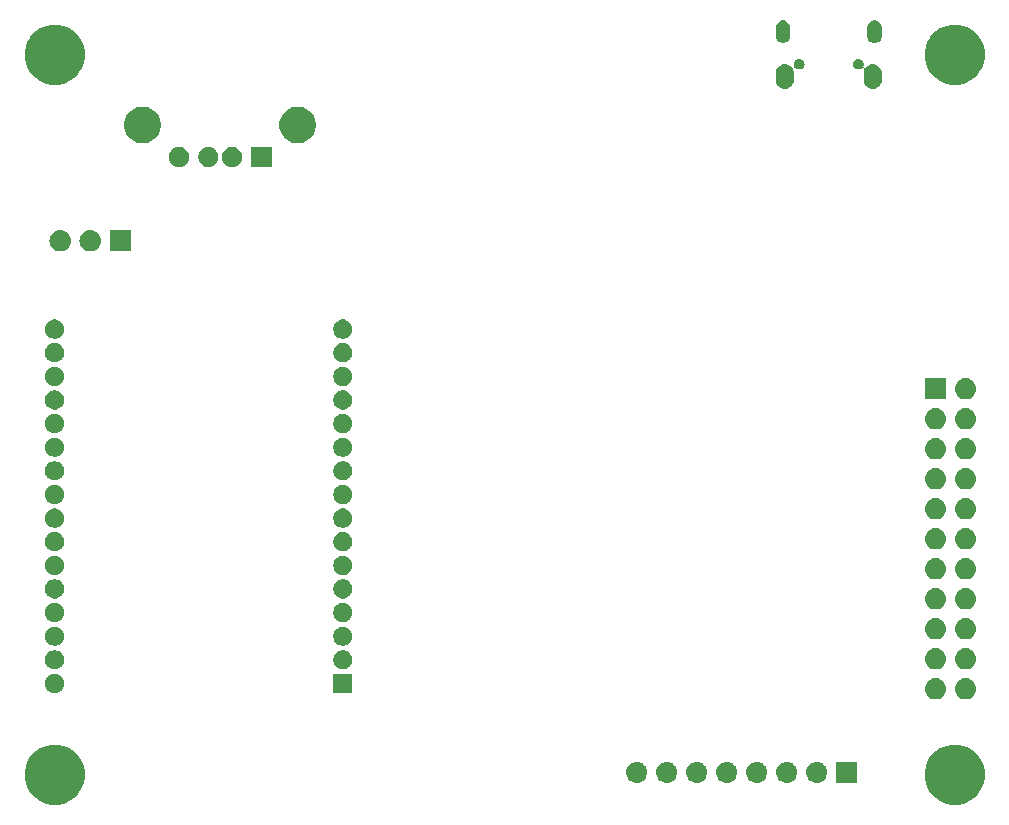
<source format=gbr>
G04 #@! TF.GenerationSoftware,KiCad,Pcbnew,5.1.4+dfsg1-1*
G04 #@! TF.CreationDate,2020-05-25T12:06:47-05:00*
G04 #@! TF.ProjectId,try1,74727931-2e6b-4696-9361-645f70636258,rev?*
G04 #@! TF.SameCoordinates,Original*
G04 #@! TF.FileFunction,Soldermask,Bot*
G04 #@! TF.FilePolarity,Negative*
%FSLAX46Y46*%
G04 Gerber Fmt 4.6, Leading zero omitted, Abs format (unit mm)*
G04 Created by KiCad (PCBNEW 5.1.4+dfsg1-1) date 2020-05-25 12:06:47*
%MOMM*%
%LPD*%
G04 APERTURE LIST*
%ADD10C,0.100000*%
G04 APERTURE END LIST*
D10*
G36*
X113774098Y-104227033D02*
G01*
X114238350Y-104419332D01*
X114238352Y-104419333D01*
X114656168Y-104698509D01*
X115011491Y-105053832D01*
X115290667Y-105471648D01*
X115290668Y-105471650D01*
X115482967Y-105935902D01*
X115581000Y-106428747D01*
X115581000Y-106931253D01*
X115482967Y-107424098D01*
X115290668Y-107888350D01*
X115290667Y-107888352D01*
X115011491Y-108306168D01*
X114656168Y-108661491D01*
X114238352Y-108940667D01*
X114238351Y-108940668D01*
X114238350Y-108940668D01*
X113774098Y-109132967D01*
X113281253Y-109231000D01*
X112778747Y-109231000D01*
X112285902Y-109132967D01*
X111821650Y-108940668D01*
X111821649Y-108940668D01*
X111821648Y-108940667D01*
X111403832Y-108661491D01*
X111048509Y-108306168D01*
X110769333Y-107888352D01*
X110769332Y-107888350D01*
X110577033Y-107424098D01*
X110479000Y-106931253D01*
X110479000Y-106428747D01*
X110577033Y-105935902D01*
X110769332Y-105471650D01*
X110769333Y-105471648D01*
X111048509Y-105053832D01*
X111403832Y-104698509D01*
X111821648Y-104419333D01*
X111821650Y-104419332D01*
X112285902Y-104227033D01*
X112778747Y-104129000D01*
X113281253Y-104129000D01*
X113774098Y-104227033D01*
X113774098Y-104227033D01*
G37*
G36*
X37574098Y-104227033D02*
G01*
X38038350Y-104419332D01*
X38038352Y-104419333D01*
X38456168Y-104698509D01*
X38811491Y-105053832D01*
X39090667Y-105471648D01*
X39090668Y-105471650D01*
X39282967Y-105935902D01*
X39381000Y-106428747D01*
X39381000Y-106931253D01*
X39282967Y-107424098D01*
X39090668Y-107888350D01*
X39090667Y-107888352D01*
X38811491Y-108306168D01*
X38456168Y-108661491D01*
X38038352Y-108940667D01*
X38038351Y-108940668D01*
X38038350Y-108940668D01*
X37574098Y-109132967D01*
X37081253Y-109231000D01*
X36578747Y-109231000D01*
X36085902Y-109132967D01*
X35621650Y-108940668D01*
X35621649Y-108940668D01*
X35621648Y-108940667D01*
X35203832Y-108661491D01*
X34848509Y-108306168D01*
X34569333Y-107888352D01*
X34569332Y-107888350D01*
X34377033Y-107424098D01*
X34279000Y-106931253D01*
X34279000Y-106428747D01*
X34377033Y-105935902D01*
X34569332Y-105471650D01*
X34569333Y-105471648D01*
X34848509Y-105053832D01*
X35203832Y-104698509D01*
X35621648Y-104419333D01*
X35621650Y-104419332D01*
X36085902Y-104227033D01*
X36578747Y-104129000D01*
X37081253Y-104129000D01*
X37574098Y-104227033D01*
X37574098Y-104227033D01*
G37*
G36*
X104774300Y-107390500D02*
G01*
X102972300Y-107390500D01*
X102972300Y-105588500D01*
X104774300Y-105588500D01*
X104774300Y-107390500D01*
X104774300Y-107390500D01*
G37*
G36*
X96363743Y-105595019D02*
G01*
X96429927Y-105601537D01*
X96599766Y-105653057D01*
X96756291Y-105736722D01*
X96792029Y-105766052D01*
X96893486Y-105849314D01*
X96964545Y-105935901D01*
X97006078Y-105986509D01*
X97089743Y-106143034D01*
X97141263Y-106312873D01*
X97158659Y-106489500D01*
X97141263Y-106666127D01*
X97089743Y-106835966D01*
X97006078Y-106992491D01*
X96976748Y-107028229D01*
X96893486Y-107129686D01*
X96792029Y-107212948D01*
X96756291Y-107242278D01*
X96599766Y-107325943D01*
X96429927Y-107377463D01*
X96363743Y-107383981D01*
X96297560Y-107390500D01*
X96209040Y-107390500D01*
X96142857Y-107383981D01*
X96076673Y-107377463D01*
X95906834Y-107325943D01*
X95750309Y-107242278D01*
X95714571Y-107212948D01*
X95613114Y-107129686D01*
X95529852Y-107028229D01*
X95500522Y-106992491D01*
X95416857Y-106835966D01*
X95365337Y-106666127D01*
X95347941Y-106489500D01*
X95365337Y-106312873D01*
X95416857Y-106143034D01*
X95500522Y-105986509D01*
X95542055Y-105935901D01*
X95613114Y-105849314D01*
X95714571Y-105766052D01*
X95750309Y-105736722D01*
X95906834Y-105653057D01*
X96076673Y-105601537D01*
X96142858Y-105595018D01*
X96209040Y-105588500D01*
X96297560Y-105588500D01*
X96363743Y-105595019D01*
X96363743Y-105595019D01*
G37*
G36*
X86203743Y-105595019D02*
G01*
X86269927Y-105601537D01*
X86439766Y-105653057D01*
X86596291Y-105736722D01*
X86632029Y-105766052D01*
X86733486Y-105849314D01*
X86804545Y-105935901D01*
X86846078Y-105986509D01*
X86929743Y-106143034D01*
X86981263Y-106312873D01*
X86998659Y-106489500D01*
X86981263Y-106666127D01*
X86929743Y-106835966D01*
X86846078Y-106992491D01*
X86816748Y-107028229D01*
X86733486Y-107129686D01*
X86632029Y-107212948D01*
X86596291Y-107242278D01*
X86439766Y-107325943D01*
X86269927Y-107377463D01*
X86203743Y-107383981D01*
X86137560Y-107390500D01*
X86049040Y-107390500D01*
X85982857Y-107383981D01*
X85916673Y-107377463D01*
X85746834Y-107325943D01*
X85590309Y-107242278D01*
X85554571Y-107212948D01*
X85453114Y-107129686D01*
X85369852Y-107028229D01*
X85340522Y-106992491D01*
X85256857Y-106835966D01*
X85205337Y-106666127D01*
X85187941Y-106489500D01*
X85205337Y-106312873D01*
X85256857Y-106143034D01*
X85340522Y-105986509D01*
X85382055Y-105935901D01*
X85453114Y-105849314D01*
X85554571Y-105766052D01*
X85590309Y-105736722D01*
X85746834Y-105653057D01*
X85916673Y-105601537D01*
X85982858Y-105595018D01*
X86049040Y-105588500D01*
X86137560Y-105588500D01*
X86203743Y-105595019D01*
X86203743Y-105595019D01*
G37*
G36*
X88743743Y-105595019D02*
G01*
X88809927Y-105601537D01*
X88979766Y-105653057D01*
X89136291Y-105736722D01*
X89172029Y-105766052D01*
X89273486Y-105849314D01*
X89344545Y-105935901D01*
X89386078Y-105986509D01*
X89469743Y-106143034D01*
X89521263Y-106312873D01*
X89538659Y-106489500D01*
X89521263Y-106666127D01*
X89469743Y-106835966D01*
X89386078Y-106992491D01*
X89356748Y-107028229D01*
X89273486Y-107129686D01*
X89172029Y-107212948D01*
X89136291Y-107242278D01*
X88979766Y-107325943D01*
X88809927Y-107377463D01*
X88743743Y-107383981D01*
X88677560Y-107390500D01*
X88589040Y-107390500D01*
X88522857Y-107383981D01*
X88456673Y-107377463D01*
X88286834Y-107325943D01*
X88130309Y-107242278D01*
X88094571Y-107212948D01*
X87993114Y-107129686D01*
X87909852Y-107028229D01*
X87880522Y-106992491D01*
X87796857Y-106835966D01*
X87745337Y-106666127D01*
X87727941Y-106489500D01*
X87745337Y-106312873D01*
X87796857Y-106143034D01*
X87880522Y-105986509D01*
X87922055Y-105935901D01*
X87993114Y-105849314D01*
X88094571Y-105766052D01*
X88130309Y-105736722D01*
X88286834Y-105653057D01*
X88456673Y-105601537D01*
X88522858Y-105595018D01*
X88589040Y-105588500D01*
X88677560Y-105588500D01*
X88743743Y-105595019D01*
X88743743Y-105595019D01*
G37*
G36*
X91283743Y-105595019D02*
G01*
X91349927Y-105601537D01*
X91519766Y-105653057D01*
X91676291Y-105736722D01*
X91712029Y-105766052D01*
X91813486Y-105849314D01*
X91884545Y-105935901D01*
X91926078Y-105986509D01*
X92009743Y-106143034D01*
X92061263Y-106312873D01*
X92078659Y-106489500D01*
X92061263Y-106666127D01*
X92009743Y-106835966D01*
X91926078Y-106992491D01*
X91896748Y-107028229D01*
X91813486Y-107129686D01*
X91712029Y-107212948D01*
X91676291Y-107242278D01*
X91519766Y-107325943D01*
X91349927Y-107377463D01*
X91283743Y-107383981D01*
X91217560Y-107390500D01*
X91129040Y-107390500D01*
X91062857Y-107383981D01*
X90996673Y-107377463D01*
X90826834Y-107325943D01*
X90670309Y-107242278D01*
X90634571Y-107212948D01*
X90533114Y-107129686D01*
X90449852Y-107028229D01*
X90420522Y-106992491D01*
X90336857Y-106835966D01*
X90285337Y-106666127D01*
X90267941Y-106489500D01*
X90285337Y-106312873D01*
X90336857Y-106143034D01*
X90420522Y-105986509D01*
X90462055Y-105935901D01*
X90533114Y-105849314D01*
X90634571Y-105766052D01*
X90670309Y-105736722D01*
X90826834Y-105653057D01*
X90996673Y-105601537D01*
X91062858Y-105595018D01*
X91129040Y-105588500D01*
X91217560Y-105588500D01*
X91283743Y-105595019D01*
X91283743Y-105595019D01*
G37*
G36*
X93823743Y-105595019D02*
G01*
X93889927Y-105601537D01*
X94059766Y-105653057D01*
X94216291Y-105736722D01*
X94252029Y-105766052D01*
X94353486Y-105849314D01*
X94424545Y-105935901D01*
X94466078Y-105986509D01*
X94549743Y-106143034D01*
X94601263Y-106312873D01*
X94618659Y-106489500D01*
X94601263Y-106666127D01*
X94549743Y-106835966D01*
X94466078Y-106992491D01*
X94436748Y-107028229D01*
X94353486Y-107129686D01*
X94252029Y-107212948D01*
X94216291Y-107242278D01*
X94059766Y-107325943D01*
X93889927Y-107377463D01*
X93823743Y-107383981D01*
X93757560Y-107390500D01*
X93669040Y-107390500D01*
X93602857Y-107383981D01*
X93536673Y-107377463D01*
X93366834Y-107325943D01*
X93210309Y-107242278D01*
X93174571Y-107212948D01*
X93073114Y-107129686D01*
X92989852Y-107028229D01*
X92960522Y-106992491D01*
X92876857Y-106835966D01*
X92825337Y-106666127D01*
X92807941Y-106489500D01*
X92825337Y-106312873D01*
X92876857Y-106143034D01*
X92960522Y-105986509D01*
X93002055Y-105935901D01*
X93073114Y-105849314D01*
X93174571Y-105766052D01*
X93210309Y-105736722D01*
X93366834Y-105653057D01*
X93536673Y-105601537D01*
X93602858Y-105595018D01*
X93669040Y-105588500D01*
X93757560Y-105588500D01*
X93823743Y-105595019D01*
X93823743Y-105595019D01*
G37*
G36*
X98903743Y-105595019D02*
G01*
X98969927Y-105601537D01*
X99139766Y-105653057D01*
X99296291Y-105736722D01*
X99332029Y-105766052D01*
X99433486Y-105849314D01*
X99504545Y-105935901D01*
X99546078Y-105986509D01*
X99629743Y-106143034D01*
X99681263Y-106312873D01*
X99698659Y-106489500D01*
X99681263Y-106666127D01*
X99629743Y-106835966D01*
X99546078Y-106992491D01*
X99516748Y-107028229D01*
X99433486Y-107129686D01*
X99332029Y-107212948D01*
X99296291Y-107242278D01*
X99139766Y-107325943D01*
X98969927Y-107377463D01*
X98903743Y-107383981D01*
X98837560Y-107390500D01*
X98749040Y-107390500D01*
X98682857Y-107383981D01*
X98616673Y-107377463D01*
X98446834Y-107325943D01*
X98290309Y-107242278D01*
X98254571Y-107212948D01*
X98153114Y-107129686D01*
X98069852Y-107028229D01*
X98040522Y-106992491D01*
X97956857Y-106835966D01*
X97905337Y-106666127D01*
X97887941Y-106489500D01*
X97905337Y-106312873D01*
X97956857Y-106143034D01*
X98040522Y-105986509D01*
X98082055Y-105935901D01*
X98153114Y-105849314D01*
X98254571Y-105766052D01*
X98290309Y-105736722D01*
X98446834Y-105653057D01*
X98616673Y-105601537D01*
X98682858Y-105595018D01*
X98749040Y-105588500D01*
X98837560Y-105588500D01*
X98903743Y-105595019D01*
X98903743Y-105595019D01*
G37*
G36*
X101443743Y-105595019D02*
G01*
X101509927Y-105601537D01*
X101679766Y-105653057D01*
X101836291Y-105736722D01*
X101872029Y-105766052D01*
X101973486Y-105849314D01*
X102044545Y-105935901D01*
X102086078Y-105986509D01*
X102169743Y-106143034D01*
X102221263Y-106312873D01*
X102238659Y-106489500D01*
X102221263Y-106666127D01*
X102169743Y-106835966D01*
X102086078Y-106992491D01*
X102056748Y-107028229D01*
X101973486Y-107129686D01*
X101872029Y-107212948D01*
X101836291Y-107242278D01*
X101679766Y-107325943D01*
X101509927Y-107377463D01*
X101443743Y-107383981D01*
X101377560Y-107390500D01*
X101289040Y-107390500D01*
X101222857Y-107383981D01*
X101156673Y-107377463D01*
X100986834Y-107325943D01*
X100830309Y-107242278D01*
X100794571Y-107212948D01*
X100693114Y-107129686D01*
X100609852Y-107028229D01*
X100580522Y-106992491D01*
X100496857Y-106835966D01*
X100445337Y-106666127D01*
X100427941Y-106489500D01*
X100445337Y-106312873D01*
X100496857Y-106143034D01*
X100580522Y-105986509D01*
X100622055Y-105935901D01*
X100693114Y-105849314D01*
X100794571Y-105766052D01*
X100830309Y-105736722D01*
X100986834Y-105653057D01*
X101156673Y-105601537D01*
X101222858Y-105595018D01*
X101289040Y-105588500D01*
X101377560Y-105588500D01*
X101443743Y-105595019D01*
X101443743Y-105595019D01*
G37*
G36*
X111510442Y-98505518D02*
G01*
X111576627Y-98512037D01*
X111746466Y-98563557D01*
X111902991Y-98647222D01*
X111938729Y-98676552D01*
X112040186Y-98759814D01*
X112123448Y-98861271D01*
X112152778Y-98897009D01*
X112236443Y-99053534D01*
X112287963Y-99223373D01*
X112305359Y-99400000D01*
X112287963Y-99576627D01*
X112236443Y-99746466D01*
X112152778Y-99902991D01*
X112123448Y-99938729D01*
X112040186Y-100040186D01*
X111938729Y-100123448D01*
X111902991Y-100152778D01*
X111746466Y-100236443D01*
X111576627Y-100287963D01*
X111510442Y-100294482D01*
X111444260Y-100301000D01*
X111355740Y-100301000D01*
X111289558Y-100294482D01*
X111223373Y-100287963D01*
X111053534Y-100236443D01*
X110897009Y-100152778D01*
X110861271Y-100123448D01*
X110759814Y-100040186D01*
X110676552Y-99938729D01*
X110647222Y-99902991D01*
X110563557Y-99746466D01*
X110512037Y-99576627D01*
X110494641Y-99400000D01*
X110512037Y-99223373D01*
X110563557Y-99053534D01*
X110647222Y-98897009D01*
X110676552Y-98861271D01*
X110759814Y-98759814D01*
X110861271Y-98676552D01*
X110897009Y-98647222D01*
X111053534Y-98563557D01*
X111223373Y-98512037D01*
X111289557Y-98505519D01*
X111355740Y-98499000D01*
X111444260Y-98499000D01*
X111510442Y-98505518D01*
X111510442Y-98505518D01*
G37*
G36*
X114050442Y-98505518D02*
G01*
X114116627Y-98512037D01*
X114286466Y-98563557D01*
X114442991Y-98647222D01*
X114478729Y-98676552D01*
X114580186Y-98759814D01*
X114663448Y-98861271D01*
X114692778Y-98897009D01*
X114776443Y-99053534D01*
X114827963Y-99223373D01*
X114845359Y-99400000D01*
X114827963Y-99576627D01*
X114776443Y-99746466D01*
X114692778Y-99902991D01*
X114663448Y-99938729D01*
X114580186Y-100040186D01*
X114478729Y-100123448D01*
X114442991Y-100152778D01*
X114286466Y-100236443D01*
X114116627Y-100287963D01*
X114050442Y-100294482D01*
X113984260Y-100301000D01*
X113895740Y-100301000D01*
X113829558Y-100294482D01*
X113763373Y-100287963D01*
X113593534Y-100236443D01*
X113437009Y-100152778D01*
X113401271Y-100123448D01*
X113299814Y-100040186D01*
X113216552Y-99938729D01*
X113187222Y-99902991D01*
X113103557Y-99746466D01*
X113052037Y-99576627D01*
X113034641Y-99400000D01*
X113052037Y-99223373D01*
X113103557Y-99053534D01*
X113187222Y-98897009D01*
X113216552Y-98861271D01*
X113299814Y-98759814D01*
X113401271Y-98676552D01*
X113437009Y-98647222D01*
X113593534Y-98563557D01*
X113763373Y-98512037D01*
X113829557Y-98505519D01*
X113895740Y-98499000D01*
X113984260Y-98499000D01*
X114050442Y-98505518D01*
X114050442Y-98505518D01*
G37*
G36*
X37051142Y-98176642D02*
G01*
X37199101Y-98237929D01*
X37332255Y-98326899D01*
X37445501Y-98440145D01*
X37534471Y-98573299D01*
X37595758Y-98721258D01*
X37627000Y-98878325D01*
X37627000Y-99038475D01*
X37595758Y-99195542D01*
X37534471Y-99343501D01*
X37445501Y-99476655D01*
X37332255Y-99589901D01*
X37199101Y-99678871D01*
X37051142Y-99740158D01*
X36894075Y-99771400D01*
X36733925Y-99771400D01*
X36576858Y-99740158D01*
X36428899Y-99678871D01*
X36295745Y-99589901D01*
X36182499Y-99476655D01*
X36093529Y-99343501D01*
X36032242Y-99195542D01*
X36001000Y-99038475D01*
X36001000Y-98878325D01*
X36032242Y-98721258D01*
X36093529Y-98573299D01*
X36182499Y-98440145D01*
X36295745Y-98326899D01*
X36428899Y-98237929D01*
X36576858Y-98176642D01*
X36733925Y-98145400D01*
X36894075Y-98145400D01*
X37051142Y-98176642D01*
X37051142Y-98176642D01*
G37*
G36*
X62027000Y-99771400D02*
G01*
X60401000Y-99771400D01*
X60401000Y-98145400D01*
X62027000Y-98145400D01*
X62027000Y-99771400D01*
X62027000Y-99771400D01*
G37*
G36*
X61451142Y-96176642D02*
G01*
X61599101Y-96237929D01*
X61732255Y-96326899D01*
X61845501Y-96440145D01*
X61934471Y-96573299D01*
X61995758Y-96721258D01*
X62027000Y-96878325D01*
X62027000Y-97038475D01*
X61995758Y-97195542D01*
X61934471Y-97343501D01*
X61845501Y-97476655D01*
X61732255Y-97589901D01*
X61599101Y-97678871D01*
X61451142Y-97740158D01*
X61294075Y-97771400D01*
X61133925Y-97771400D01*
X60976858Y-97740158D01*
X60828899Y-97678871D01*
X60695745Y-97589901D01*
X60582499Y-97476655D01*
X60493529Y-97343501D01*
X60432242Y-97195542D01*
X60401000Y-97038475D01*
X60401000Y-96878325D01*
X60432242Y-96721258D01*
X60493529Y-96573299D01*
X60582499Y-96440145D01*
X60695745Y-96326899D01*
X60828899Y-96237929D01*
X60976858Y-96176642D01*
X61133925Y-96145400D01*
X61294075Y-96145400D01*
X61451142Y-96176642D01*
X61451142Y-96176642D01*
G37*
G36*
X37051142Y-96176642D02*
G01*
X37199101Y-96237929D01*
X37332255Y-96326899D01*
X37445501Y-96440145D01*
X37534471Y-96573299D01*
X37595758Y-96721258D01*
X37627000Y-96878325D01*
X37627000Y-97038475D01*
X37595758Y-97195542D01*
X37534471Y-97343501D01*
X37445501Y-97476655D01*
X37332255Y-97589901D01*
X37199101Y-97678871D01*
X37051142Y-97740158D01*
X36894075Y-97771400D01*
X36733925Y-97771400D01*
X36576858Y-97740158D01*
X36428899Y-97678871D01*
X36295745Y-97589901D01*
X36182499Y-97476655D01*
X36093529Y-97343501D01*
X36032242Y-97195542D01*
X36001000Y-97038475D01*
X36001000Y-96878325D01*
X36032242Y-96721258D01*
X36093529Y-96573299D01*
X36182499Y-96440145D01*
X36295745Y-96326899D01*
X36428899Y-96237929D01*
X36576858Y-96176642D01*
X36733925Y-96145400D01*
X36894075Y-96145400D01*
X37051142Y-96176642D01*
X37051142Y-96176642D01*
G37*
G36*
X114050443Y-95965519D02*
G01*
X114116627Y-95972037D01*
X114286466Y-96023557D01*
X114442991Y-96107222D01*
X114478729Y-96136552D01*
X114580186Y-96219814D01*
X114663448Y-96321271D01*
X114692778Y-96357009D01*
X114776443Y-96513534D01*
X114827963Y-96683373D01*
X114845359Y-96860000D01*
X114827963Y-97036627D01*
X114776443Y-97206466D01*
X114692778Y-97362991D01*
X114663448Y-97398729D01*
X114580186Y-97500186D01*
X114478729Y-97583448D01*
X114442991Y-97612778D01*
X114286466Y-97696443D01*
X114116627Y-97747963D01*
X114050443Y-97754481D01*
X113984260Y-97761000D01*
X113895740Y-97761000D01*
X113829557Y-97754481D01*
X113763373Y-97747963D01*
X113593534Y-97696443D01*
X113437009Y-97612778D01*
X113401271Y-97583448D01*
X113299814Y-97500186D01*
X113216552Y-97398729D01*
X113187222Y-97362991D01*
X113103557Y-97206466D01*
X113052037Y-97036627D01*
X113034641Y-96860000D01*
X113052037Y-96683373D01*
X113103557Y-96513534D01*
X113187222Y-96357009D01*
X113216552Y-96321271D01*
X113299814Y-96219814D01*
X113401271Y-96136552D01*
X113437009Y-96107222D01*
X113593534Y-96023557D01*
X113763373Y-95972037D01*
X113829557Y-95965519D01*
X113895740Y-95959000D01*
X113984260Y-95959000D01*
X114050443Y-95965519D01*
X114050443Y-95965519D01*
G37*
G36*
X111510443Y-95965519D02*
G01*
X111576627Y-95972037D01*
X111746466Y-96023557D01*
X111902991Y-96107222D01*
X111938729Y-96136552D01*
X112040186Y-96219814D01*
X112123448Y-96321271D01*
X112152778Y-96357009D01*
X112236443Y-96513534D01*
X112287963Y-96683373D01*
X112305359Y-96860000D01*
X112287963Y-97036627D01*
X112236443Y-97206466D01*
X112152778Y-97362991D01*
X112123448Y-97398729D01*
X112040186Y-97500186D01*
X111938729Y-97583448D01*
X111902991Y-97612778D01*
X111746466Y-97696443D01*
X111576627Y-97747963D01*
X111510443Y-97754481D01*
X111444260Y-97761000D01*
X111355740Y-97761000D01*
X111289557Y-97754481D01*
X111223373Y-97747963D01*
X111053534Y-97696443D01*
X110897009Y-97612778D01*
X110861271Y-97583448D01*
X110759814Y-97500186D01*
X110676552Y-97398729D01*
X110647222Y-97362991D01*
X110563557Y-97206466D01*
X110512037Y-97036627D01*
X110494641Y-96860000D01*
X110512037Y-96683373D01*
X110563557Y-96513534D01*
X110647222Y-96357009D01*
X110676552Y-96321271D01*
X110759814Y-96219814D01*
X110861271Y-96136552D01*
X110897009Y-96107222D01*
X111053534Y-96023557D01*
X111223373Y-95972037D01*
X111289557Y-95965519D01*
X111355740Y-95959000D01*
X111444260Y-95959000D01*
X111510443Y-95965519D01*
X111510443Y-95965519D01*
G37*
G36*
X61451142Y-94176642D02*
G01*
X61599101Y-94237929D01*
X61732255Y-94326899D01*
X61845501Y-94440145D01*
X61934471Y-94573299D01*
X61995758Y-94721258D01*
X62027000Y-94878325D01*
X62027000Y-95038475D01*
X61995758Y-95195542D01*
X61934471Y-95343501D01*
X61845501Y-95476655D01*
X61732255Y-95589901D01*
X61599101Y-95678871D01*
X61451142Y-95740158D01*
X61294075Y-95771400D01*
X61133925Y-95771400D01*
X60976858Y-95740158D01*
X60828899Y-95678871D01*
X60695745Y-95589901D01*
X60582499Y-95476655D01*
X60493529Y-95343501D01*
X60432242Y-95195542D01*
X60401000Y-95038475D01*
X60401000Y-94878325D01*
X60432242Y-94721258D01*
X60493529Y-94573299D01*
X60582499Y-94440145D01*
X60695745Y-94326899D01*
X60828899Y-94237929D01*
X60976858Y-94176642D01*
X61133925Y-94145400D01*
X61294075Y-94145400D01*
X61451142Y-94176642D01*
X61451142Y-94176642D01*
G37*
G36*
X37051142Y-94176642D02*
G01*
X37199101Y-94237929D01*
X37332255Y-94326899D01*
X37445501Y-94440145D01*
X37534471Y-94573299D01*
X37595758Y-94721258D01*
X37627000Y-94878325D01*
X37627000Y-95038475D01*
X37595758Y-95195542D01*
X37534471Y-95343501D01*
X37445501Y-95476655D01*
X37332255Y-95589901D01*
X37199101Y-95678871D01*
X37051142Y-95740158D01*
X36894075Y-95771400D01*
X36733925Y-95771400D01*
X36576858Y-95740158D01*
X36428899Y-95678871D01*
X36295745Y-95589901D01*
X36182499Y-95476655D01*
X36093529Y-95343501D01*
X36032242Y-95195542D01*
X36001000Y-95038475D01*
X36001000Y-94878325D01*
X36032242Y-94721258D01*
X36093529Y-94573299D01*
X36182499Y-94440145D01*
X36295745Y-94326899D01*
X36428899Y-94237929D01*
X36576858Y-94176642D01*
X36733925Y-94145400D01*
X36894075Y-94145400D01*
X37051142Y-94176642D01*
X37051142Y-94176642D01*
G37*
G36*
X111510442Y-93425518D02*
G01*
X111576627Y-93432037D01*
X111746466Y-93483557D01*
X111902991Y-93567222D01*
X111930623Y-93589899D01*
X112040186Y-93679814D01*
X112123448Y-93781271D01*
X112152778Y-93817009D01*
X112236443Y-93973534D01*
X112287963Y-94143373D01*
X112305359Y-94320000D01*
X112287963Y-94496627D01*
X112236443Y-94666466D01*
X112152778Y-94822991D01*
X112123448Y-94858729D01*
X112040186Y-94960186D01*
X111944790Y-95038474D01*
X111902991Y-95072778D01*
X111746466Y-95156443D01*
X111576627Y-95207963D01*
X111510443Y-95214481D01*
X111444260Y-95221000D01*
X111355740Y-95221000D01*
X111289557Y-95214481D01*
X111223373Y-95207963D01*
X111053534Y-95156443D01*
X110897009Y-95072778D01*
X110855210Y-95038474D01*
X110759814Y-94960186D01*
X110676552Y-94858729D01*
X110647222Y-94822991D01*
X110563557Y-94666466D01*
X110512037Y-94496627D01*
X110494641Y-94320000D01*
X110512037Y-94143373D01*
X110563557Y-93973534D01*
X110647222Y-93817009D01*
X110676552Y-93781271D01*
X110759814Y-93679814D01*
X110869377Y-93589899D01*
X110897009Y-93567222D01*
X111053534Y-93483557D01*
X111223373Y-93432037D01*
X111289558Y-93425518D01*
X111355740Y-93419000D01*
X111444260Y-93419000D01*
X111510442Y-93425518D01*
X111510442Y-93425518D01*
G37*
G36*
X114050442Y-93425518D02*
G01*
X114116627Y-93432037D01*
X114286466Y-93483557D01*
X114442991Y-93567222D01*
X114470623Y-93589899D01*
X114580186Y-93679814D01*
X114663448Y-93781271D01*
X114692778Y-93817009D01*
X114776443Y-93973534D01*
X114827963Y-94143373D01*
X114845359Y-94320000D01*
X114827963Y-94496627D01*
X114776443Y-94666466D01*
X114692778Y-94822991D01*
X114663448Y-94858729D01*
X114580186Y-94960186D01*
X114484790Y-95038474D01*
X114442991Y-95072778D01*
X114286466Y-95156443D01*
X114116627Y-95207963D01*
X114050443Y-95214481D01*
X113984260Y-95221000D01*
X113895740Y-95221000D01*
X113829557Y-95214481D01*
X113763373Y-95207963D01*
X113593534Y-95156443D01*
X113437009Y-95072778D01*
X113395210Y-95038474D01*
X113299814Y-94960186D01*
X113216552Y-94858729D01*
X113187222Y-94822991D01*
X113103557Y-94666466D01*
X113052037Y-94496627D01*
X113034641Y-94320000D01*
X113052037Y-94143373D01*
X113103557Y-93973534D01*
X113187222Y-93817009D01*
X113216552Y-93781271D01*
X113299814Y-93679814D01*
X113409377Y-93589899D01*
X113437009Y-93567222D01*
X113593534Y-93483557D01*
X113763373Y-93432037D01*
X113829558Y-93425518D01*
X113895740Y-93419000D01*
X113984260Y-93419000D01*
X114050442Y-93425518D01*
X114050442Y-93425518D01*
G37*
G36*
X37051142Y-92176642D02*
G01*
X37199101Y-92237929D01*
X37332255Y-92326899D01*
X37445501Y-92440145D01*
X37534471Y-92573299D01*
X37595758Y-92721258D01*
X37627000Y-92878325D01*
X37627000Y-93038475D01*
X37595758Y-93195542D01*
X37534471Y-93343501D01*
X37445501Y-93476655D01*
X37332255Y-93589901D01*
X37199101Y-93678871D01*
X37051142Y-93740158D01*
X36894075Y-93771400D01*
X36733925Y-93771400D01*
X36576858Y-93740158D01*
X36428899Y-93678871D01*
X36295745Y-93589901D01*
X36182499Y-93476655D01*
X36093529Y-93343501D01*
X36032242Y-93195542D01*
X36001000Y-93038475D01*
X36001000Y-92878325D01*
X36032242Y-92721258D01*
X36093529Y-92573299D01*
X36182499Y-92440145D01*
X36295745Y-92326899D01*
X36428899Y-92237929D01*
X36576858Y-92176642D01*
X36733925Y-92145400D01*
X36894075Y-92145400D01*
X37051142Y-92176642D01*
X37051142Y-92176642D01*
G37*
G36*
X61451142Y-92176642D02*
G01*
X61599101Y-92237929D01*
X61732255Y-92326899D01*
X61845501Y-92440145D01*
X61934471Y-92573299D01*
X61995758Y-92721258D01*
X62027000Y-92878325D01*
X62027000Y-93038475D01*
X61995758Y-93195542D01*
X61934471Y-93343501D01*
X61845501Y-93476655D01*
X61732255Y-93589901D01*
X61599101Y-93678871D01*
X61451142Y-93740158D01*
X61294075Y-93771400D01*
X61133925Y-93771400D01*
X60976858Y-93740158D01*
X60828899Y-93678871D01*
X60695745Y-93589901D01*
X60582499Y-93476655D01*
X60493529Y-93343501D01*
X60432242Y-93195542D01*
X60401000Y-93038475D01*
X60401000Y-92878325D01*
X60432242Y-92721258D01*
X60493529Y-92573299D01*
X60582499Y-92440145D01*
X60695745Y-92326899D01*
X60828899Y-92237929D01*
X60976858Y-92176642D01*
X61133925Y-92145400D01*
X61294075Y-92145400D01*
X61451142Y-92176642D01*
X61451142Y-92176642D01*
G37*
G36*
X111510443Y-90885519D02*
G01*
X111576627Y-90892037D01*
X111746466Y-90943557D01*
X111902991Y-91027222D01*
X111938729Y-91056552D01*
X112040186Y-91139814D01*
X112123448Y-91241271D01*
X112152778Y-91277009D01*
X112236443Y-91433534D01*
X112287963Y-91603373D01*
X112305359Y-91780000D01*
X112287963Y-91956627D01*
X112236443Y-92126466D01*
X112236442Y-92126468D01*
X112209623Y-92176642D01*
X112152778Y-92282991D01*
X112123448Y-92318729D01*
X112040186Y-92420186D01*
X111938729Y-92503448D01*
X111902991Y-92532778D01*
X111746466Y-92616443D01*
X111576627Y-92667963D01*
X111510442Y-92674482D01*
X111444260Y-92681000D01*
X111355740Y-92681000D01*
X111289558Y-92674482D01*
X111223373Y-92667963D01*
X111053534Y-92616443D01*
X110897009Y-92532778D01*
X110861271Y-92503448D01*
X110759814Y-92420186D01*
X110676552Y-92318729D01*
X110647222Y-92282991D01*
X110590377Y-92176642D01*
X110563558Y-92126468D01*
X110563557Y-92126466D01*
X110512037Y-91956627D01*
X110494641Y-91780000D01*
X110512037Y-91603373D01*
X110563557Y-91433534D01*
X110647222Y-91277009D01*
X110676552Y-91241271D01*
X110759814Y-91139814D01*
X110861271Y-91056552D01*
X110897009Y-91027222D01*
X111053534Y-90943557D01*
X111223373Y-90892037D01*
X111289557Y-90885519D01*
X111355740Y-90879000D01*
X111444260Y-90879000D01*
X111510443Y-90885519D01*
X111510443Y-90885519D01*
G37*
G36*
X114050443Y-90885519D02*
G01*
X114116627Y-90892037D01*
X114286466Y-90943557D01*
X114442991Y-91027222D01*
X114478729Y-91056552D01*
X114580186Y-91139814D01*
X114663448Y-91241271D01*
X114692778Y-91277009D01*
X114776443Y-91433534D01*
X114827963Y-91603373D01*
X114845359Y-91780000D01*
X114827963Y-91956627D01*
X114776443Y-92126466D01*
X114776442Y-92126468D01*
X114749623Y-92176642D01*
X114692778Y-92282991D01*
X114663448Y-92318729D01*
X114580186Y-92420186D01*
X114478729Y-92503448D01*
X114442991Y-92532778D01*
X114286466Y-92616443D01*
X114116627Y-92667963D01*
X114050442Y-92674482D01*
X113984260Y-92681000D01*
X113895740Y-92681000D01*
X113829558Y-92674482D01*
X113763373Y-92667963D01*
X113593534Y-92616443D01*
X113437009Y-92532778D01*
X113401271Y-92503448D01*
X113299814Y-92420186D01*
X113216552Y-92318729D01*
X113187222Y-92282991D01*
X113130377Y-92176642D01*
X113103558Y-92126468D01*
X113103557Y-92126466D01*
X113052037Y-91956627D01*
X113034641Y-91780000D01*
X113052037Y-91603373D01*
X113103557Y-91433534D01*
X113187222Y-91277009D01*
X113216552Y-91241271D01*
X113299814Y-91139814D01*
X113401271Y-91056552D01*
X113437009Y-91027222D01*
X113593534Y-90943557D01*
X113763373Y-90892037D01*
X113829557Y-90885519D01*
X113895740Y-90879000D01*
X113984260Y-90879000D01*
X114050443Y-90885519D01*
X114050443Y-90885519D01*
G37*
G36*
X37051142Y-90176642D02*
G01*
X37199101Y-90237929D01*
X37332255Y-90326899D01*
X37445501Y-90440145D01*
X37534471Y-90573299D01*
X37595758Y-90721258D01*
X37627000Y-90878325D01*
X37627000Y-91038475D01*
X37595758Y-91195542D01*
X37534471Y-91343501D01*
X37445501Y-91476655D01*
X37332255Y-91589901D01*
X37199101Y-91678871D01*
X37051142Y-91740158D01*
X36894075Y-91771400D01*
X36733925Y-91771400D01*
X36576858Y-91740158D01*
X36428899Y-91678871D01*
X36295745Y-91589901D01*
X36182499Y-91476655D01*
X36093529Y-91343501D01*
X36032242Y-91195542D01*
X36001000Y-91038475D01*
X36001000Y-90878325D01*
X36032242Y-90721258D01*
X36093529Y-90573299D01*
X36182499Y-90440145D01*
X36295745Y-90326899D01*
X36428899Y-90237929D01*
X36576858Y-90176642D01*
X36733925Y-90145400D01*
X36894075Y-90145400D01*
X37051142Y-90176642D01*
X37051142Y-90176642D01*
G37*
G36*
X61451142Y-90176642D02*
G01*
X61599101Y-90237929D01*
X61732255Y-90326899D01*
X61845501Y-90440145D01*
X61934471Y-90573299D01*
X61995758Y-90721258D01*
X62027000Y-90878325D01*
X62027000Y-91038475D01*
X61995758Y-91195542D01*
X61934471Y-91343501D01*
X61845501Y-91476655D01*
X61732255Y-91589901D01*
X61599101Y-91678871D01*
X61451142Y-91740158D01*
X61294075Y-91771400D01*
X61133925Y-91771400D01*
X60976858Y-91740158D01*
X60828899Y-91678871D01*
X60695745Y-91589901D01*
X60582499Y-91476655D01*
X60493529Y-91343501D01*
X60432242Y-91195542D01*
X60401000Y-91038475D01*
X60401000Y-90878325D01*
X60432242Y-90721258D01*
X60493529Y-90573299D01*
X60582499Y-90440145D01*
X60695745Y-90326899D01*
X60828899Y-90237929D01*
X60976858Y-90176642D01*
X61133925Y-90145400D01*
X61294075Y-90145400D01*
X61451142Y-90176642D01*
X61451142Y-90176642D01*
G37*
G36*
X114050443Y-88345519D02*
G01*
X114116627Y-88352037D01*
X114286466Y-88403557D01*
X114442991Y-88487222D01*
X114478729Y-88516552D01*
X114580186Y-88599814D01*
X114663448Y-88701271D01*
X114692778Y-88737009D01*
X114776443Y-88893534D01*
X114827963Y-89063373D01*
X114845359Y-89240000D01*
X114827963Y-89416627D01*
X114776443Y-89586466D01*
X114692778Y-89742991D01*
X114669463Y-89771400D01*
X114580186Y-89880186D01*
X114478729Y-89963448D01*
X114442991Y-89992778D01*
X114286466Y-90076443D01*
X114116627Y-90127963D01*
X114050442Y-90134482D01*
X113984260Y-90141000D01*
X113895740Y-90141000D01*
X113829558Y-90134482D01*
X113763373Y-90127963D01*
X113593534Y-90076443D01*
X113437009Y-89992778D01*
X113401271Y-89963448D01*
X113299814Y-89880186D01*
X113210537Y-89771400D01*
X113187222Y-89742991D01*
X113103557Y-89586466D01*
X113052037Y-89416627D01*
X113034641Y-89240000D01*
X113052037Y-89063373D01*
X113103557Y-88893534D01*
X113187222Y-88737009D01*
X113216552Y-88701271D01*
X113299814Y-88599814D01*
X113401271Y-88516552D01*
X113437009Y-88487222D01*
X113593534Y-88403557D01*
X113763373Y-88352037D01*
X113829557Y-88345519D01*
X113895740Y-88339000D01*
X113984260Y-88339000D01*
X114050443Y-88345519D01*
X114050443Y-88345519D01*
G37*
G36*
X111510443Y-88345519D02*
G01*
X111576627Y-88352037D01*
X111746466Y-88403557D01*
X111902991Y-88487222D01*
X111938729Y-88516552D01*
X112040186Y-88599814D01*
X112123448Y-88701271D01*
X112152778Y-88737009D01*
X112236443Y-88893534D01*
X112287963Y-89063373D01*
X112305359Y-89240000D01*
X112287963Y-89416627D01*
X112236443Y-89586466D01*
X112152778Y-89742991D01*
X112129463Y-89771400D01*
X112040186Y-89880186D01*
X111938729Y-89963448D01*
X111902991Y-89992778D01*
X111746466Y-90076443D01*
X111576627Y-90127963D01*
X111510442Y-90134482D01*
X111444260Y-90141000D01*
X111355740Y-90141000D01*
X111289558Y-90134482D01*
X111223373Y-90127963D01*
X111053534Y-90076443D01*
X110897009Y-89992778D01*
X110861271Y-89963448D01*
X110759814Y-89880186D01*
X110670537Y-89771400D01*
X110647222Y-89742991D01*
X110563557Y-89586466D01*
X110512037Y-89416627D01*
X110494641Y-89240000D01*
X110512037Y-89063373D01*
X110563557Y-88893534D01*
X110647222Y-88737009D01*
X110676552Y-88701271D01*
X110759814Y-88599814D01*
X110861271Y-88516552D01*
X110897009Y-88487222D01*
X111053534Y-88403557D01*
X111223373Y-88352037D01*
X111289557Y-88345519D01*
X111355740Y-88339000D01*
X111444260Y-88339000D01*
X111510443Y-88345519D01*
X111510443Y-88345519D01*
G37*
G36*
X37051142Y-88176642D02*
G01*
X37199101Y-88237929D01*
X37332255Y-88326899D01*
X37445501Y-88440145D01*
X37534471Y-88573299D01*
X37595758Y-88721258D01*
X37627000Y-88878325D01*
X37627000Y-89038475D01*
X37595758Y-89195542D01*
X37534471Y-89343501D01*
X37445501Y-89476655D01*
X37332255Y-89589901D01*
X37199101Y-89678871D01*
X37051142Y-89740158D01*
X36894075Y-89771400D01*
X36733925Y-89771400D01*
X36576858Y-89740158D01*
X36428899Y-89678871D01*
X36295745Y-89589901D01*
X36182499Y-89476655D01*
X36093529Y-89343501D01*
X36032242Y-89195542D01*
X36001000Y-89038475D01*
X36001000Y-88878325D01*
X36032242Y-88721258D01*
X36093529Y-88573299D01*
X36182499Y-88440145D01*
X36295745Y-88326899D01*
X36428899Y-88237929D01*
X36576858Y-88176642D01*
X36733925Y-88145400D01*
X36894075Y-88145400D01*
X37051142Y-88176642D01*
X37051142Y-88176642D01*
G37*
G36*
X61451142Y-88176642D02*
G01*
X61599101Y-88237929D01*
X61732255Y-88326899D01*
X61845501Y-88440145D01*
X61934471Y-88573299D01*
X61995758Y-88721258D01*
X62027000Y-88878325D01*
X62027000Y-89038475D01*
X61995758Y-89195542D01*
X61934471Y-89343501D01*
X61845501Y-89476655D01*
X61732255Y-89589901D01*
X61599101Y-89678871D01*
X61451142Y-89740158D01*
X61294075Y-89771400D01*
X61133925Y-89771400D01*
X60976858Y-89740158D01*
X60828899Y-89678871D01*
X60695745Y-89589901D01*
X60582499Y-89476655D01*
X60493529Y-89343501D01*
X60432242Y-89195542D01*
X60401000Y-89038475D01*
X60401000Y-88878325D01*
X60432242Y-88721258D01*
X60493529Y-88573299D01*
X60582499Y-88440145D01*
X60695745Y-88326899D01*
X60828899Y-88237929D01*
X60976858Y-88176642D01*
X61133925Y-88145400D01*
X61294075Y-88145400D01*
X61451142Y-88176642D01*
X61451142Y-88176642D01*
G37*
G36*
X61451142Y-86176642D02*
G01*
X61599101Y-86237929D01*
X61732255Y-86326899D01*
X61845501Y-86440145D01*
X61934471Y-86573299D01*
X61995758Y-86721258D01*
X62027000Y-86878325D01*
X62027000Y-87038475D01*
X61995758Y-87195542D01*
X61934471Y-87343501D01*
X61845501Y-87476655D01*
X61732255Y-87589901D01*
X61599101Y-87678871D01*
X61451142Y-87740158D01*
X61294075Y-87771400D01*
X61133925Y-87771400D01*
X60976858Y-87740158D01*
X60828899Y-87678871D01*
X60695745Y-87589901D01*
X60582499Y-87476655D01*
X60493529Y-87343501D01*
X60432242Y-87195542D01*
X60401000Y-87038475D01*
X60401000Y-86878325D01*
X60432242Y-86721258D01*
X60493529Y-86573299D01*
X60582499Y-86440145D01*
X60695745Y-86326899D01*
X60828899Y-86237929D01*
X60976858Y-86176642D01*
X61133925Y-86145400D01*
X61294075Y-86145400D01*
X61451142Y-86176642D01*
X61451142Y-86176642D01*
G37*
G36*
X37051142Y-86176642D02*
G01*
X37199101Y-86237929D01*
X37332255Y-86326899D01*
X37445501Y-86440145D01*
X37534471Y-86573299D01*
X37595758Y-86721258D01*
X37627000Y-86878325D01*
X37627000Y-87038475D01*
X37595758Y-87195542D01*
X37534471Y-87343501D01*
X37445501Y-87476655D01*
X37332255Y-87589901D01*
X37199101Y-87678871D01*
X37051142Y-87740158D01*
X36894075Y-87771400D01*
X36733925Y-87771400D01*
X36576858Y-87740158D01*
X36428899Y-87678871D01*
X36295745Y-87589901D01*
X36182499Y-87476655D01*
X36093529Y-87343501D01*
X36032242Y-87195542D01*
X36001000Y-87038475D01*
X36001000Y-86878325D01*
X36032242Y-86721258D01*
X36093529Y-86573299D01*
X36182499Y-86440145D01*
X36295745Y-86326899D01*
X36428899Y-86237929D01*
X36576858Y-86176642D01*
X36733925Y-86145400D01*
X36894075Y-86145400D01*
X37051142Y-86176642D01*
X37051142Y-86176642D01*
G37*
G36*
X114050442Y-85805518D02*
G01*
X114116627Y-85812037D01*
X114286466Y-85863557D01*
X114442991Y-85947222D01*
X114478729Y-85976552D01*
X114580186Y-86059814D01*
X114663448Y-86161271D01*
X114692778Y-86197009D01*
X114776443Y-86353534D01*
X114827963Y-86523373D01*
X114845359Y-86700000D01*
X114827963Y-86876627D01*
X114776443Y-87046466D01*
X114692778Y-87202991D01*
X114663448Y-87238729D01*
X114580186Y-87340186D01*
X114478729Y-87423448D01*
X114442991Y-87452778D01*
X114286466Y-87536443D01*
X114116627Y-87587963D01*
X114050442Y-87594482D01*
X113984260Y-87601000D01*
X113895740Y-87601000D01*
X113829558Y-87594482D01*
X113763373Y-87587963D01*
X113593534Y-87536443D01*
X113437009Y-87452778D01*
X113401271Y-87423448D01*
X113299814Y-87340186D01*
X113216552Y-87238729D01*
X113187222Y-87202991D01*
X113103557Y-87046466D01*
X113052037Y-86876627D01*
X113034641Y-86700000D01*
X113052037Y-86523373D01*
X113103557Y-86353534D01*
X113187222Y-86197009D01*
X113216552Y-86161271D01*
X113299814Y-86059814D01*
X113401271Y-85976552D01*
X113437009Y-85947222D01*
X113593534Y-85863557D01*
X113763373Y-85812037D01*
X113829558Y-85805518D01*
X113895740Y-85799000D01*
X113984260Y-85799000D01*
X114050442Y-85805518D01*
X114050442Y-85805518D01*
G37*
G36*
X111510442Y-85805518D02*
G01*
X111576627Y-85812037D01*
X111746466Y-85863557D01*
X111902991Y-85947222D01*
X111938729Y-85976552D01*
X112040186Y-86059814D01*
X112123448Y-86161271D01*
X112152778Y-86197009D01*
X112236443Y-86353534D01*
X112287963Y-86523373D01*
X112305359Y-86700000D01*
X112287963Y-86876627D01*
X112236443Y-87046466D01*
X112152778Y-87202991D01*
X112123448Y-87238729D01*
X112040186Y-87340186D01*
X111938729Y-87423448D01*
X111902991Y-87452778D01*
X111746466Y-87536443D01*
X111576627Y-87587963D01*
X111510442Y-87594482D01*
X111444260Y-87601000D01*
X111355740Y-87601000D01*
X111289558Y-87594482D01*
X111223373Y-87587963D01*
X111053534Y-87536443D01*
X110897009Y-87452778D01*
X110861271Y-87423448D01*
X110759814Y-87340186D01*
X110676552Y-87238729D01*
X110647222Y-87202991D01*
X110563557Y-87046466D01*
X110512037Y-86876627D01*
X110494641Y-86700000D01*
X110512037Y-86523373D01*
X110563557Y-86353534D01*
X110647222Y-86197009D01*
X110676552Y-86161271D01*
X110759814Y-86059814D01*
X110861271Y-85976552D01*
X110897009Y-85947222D01*
X111053534Y-85863557D01*
X111223373Y-85812037D01*
X111289558Y-85805518D01*
X111355740Y-85799000D01*
X111444260Y-85799000D01*
X111510442Y-85805518D01*
X111510442Y-85805518D01*
G37*
G36*
X61451142Y-84176642D02*
G01*
X61599101Y-84237929D01*
X61732255Y-84326899D01*
X61845501Y-84440145D01*
X61934471Y-84573299D01*
X61995758Y-84721258D01*
X62027000Y-84878325D01*
X62027000Y-85038475D01*
X61995758Y-85195542D01*
X61934471Y-85343501D01*
X61845501Y-85476655D01*
X61732255Y-85589901D01*
X61599101Y-85678871D01*
X61451142Y-85740158D01*
X61294075Y-85771400D01*
X61133925Y-85771400D01*
X60976858Y-85740158D01*
X60828899Y-85678871D01*
X60695745Y-85589901D01*
X60582499Y-85476655D01*
X60493529Y-85343501D01*
X60432242Y-85195542D01*
X60401000Y-85038475D01*
X60401000Y-84878325D01*
X60432242Y-84721258D01*
X60493529Y-84573299D01*
X60582499Y-84440145D01*
X60695745Y-84326899D01*
X60828899Y-84237929D01*
X60976858Y-84176642D01*
X61133925Y-84145400D01*
X61294075Y-84145400D01*
X61451142Y-84176642D01*
X61451142Y-84176642D01*
G37*
G36*
X37051142Y-84176642D02*
G01*
X37199101Y-84237929D01*
X37332255Y-84326899D01*
X37445501Y-84440145D01*
X37534471Y-84573299D01*
X37595758Y-84721258D01*
X37627000Y-84878325D01*
X37627000Y-85038475D01*
X37595758Y-85195542D01*
X37534471Y-85343501D01*
X37445501Y-85476655D01*
X37332255Y-85589901D01*
X37199101Y-85678871D01*
X37051142Y-85740158D01*
X36894075Y-85771400D01*
X36733925Y-85771400D01*
X36576858Y-85740158D01*
X36428899Y-85678871D01*
X36295745Y-85589901D01*
X36182499Y-85476655D01*
X36093529Y-85343501D01*
X36032242Y-85195542D01*
X36001000Y-85038475D01*
X36001000Y-84878325D01*
X36032242Y-84721258D01*
X36093529Y-84573299D01*
X36182499Y-84440145D01*
X36295745Y-84326899D01*
X36428899Y-84237929D01*
X36576858Y-84176642D01*
X36733925Y-84145400D01*
X36894075Y-84145400D01*
X37051142Y-84176642D01*
X37051142Y-84176642D01*
G37*
G36*
X111510442Y-83265518D02*
G01*
X111576627Y-83272037D01*
X111746466Y-83323557D01*
X111746468Y-83323558D01*
X111783778Y-83343501D01*
X111902991Y-83407222D01*
X111938729Y-83436552D01*
X112040186Y-83519814D01*
X112123448Y-83621271D01*
X112152778Y-83657009D01*
X112236443Y-83813534D01*
X112287963Y-83983373D01*
X112305359Y-84160000D01*
X112287963Y-84336627D01*
X112236443Y-84506466D01*
X112152778Y-84662991D01*
X112123448Y-84698729D01*
X112040186Y-84800186D01*
X111944972Y-84878325D01*
X111902991Y-84912778D01*
X111746466Y-84996443D01*
X111576627Y-85047963D01*
X111510443Y-85054481D01*
X111444260Y-85061000D01*
X111355740Y-85061000D01*
X111289557Y-85054481D01*
X111223373Y-85047963D01*
X111053534Y-84996443D01*
X110897009Y-84912778D01*
X110855028Y-84878325D01*
X110759814Y-84800186D01*
X110676552Y-84698729D01*
X110647222Y-84662991D01*
X110563557Y-84506466D01*
X110512037Y-84336627D01*
X110494641Y-84160000D01*
X110512037Y-83983373D01*
X110563557Y-83813534D01*
X110647222Y-83657009D01*
X110676552Y-83621271D01*
X110759814Y-83519814D01*
X110861271Y-83436552D01*
X110897009Y-83407222D01*
X111016222Y-83343501D01*
X111053532Y-83323558D01*
X111053534Y-83323557D01*
X111223373Y-83272037D01*
X111289558Y-83265518D01*
X111355740Y-83259000D01*
X111444260Y-83259000D01*
X111510442Y-83265518D01*
X111510442Y-83265518D01*
G37*
G36*
X114050442Y-83265518D02*
G01*
X114116627Y-83272037D01*
X114286466Y-83323557D01*
X114286468Y-83323558D01*
X114323778Y-83343501D01*
X114442991Y-83407222D01*
X114478729Y-83436552D01*
X114580186Y-83519814D01*
X114663448Y-83621271D01*
X114692778Y-83657009D01*
X114776443Y-83813534D01*
X114827963Y-83983373D01*
X114845359Y-84160000D01*
X114827963Y-84336627D01*
X114776443Y-84506466D01*
X114692778Y-84662991D01*
X114663448Y-84698729D01*
X114580186Y-84800186D01*
X114484972Y-84878325D01*
X114442991Y-84912778D01*
X114286466Y-84996443D01*
X114116627Y-85047963D01*
X114050443Y-85054481D01*
X113984260Y-85061000D01*
X113895740Y-85061000D01*
X113829557Y-85054481D01*
X113763373Y-85047963D01*
X113593534Y-84996443D01*
X113437009Y-84912778D01*
X113395028Y-84878325D01*
X113299814Y-84800186D01*
X113216552Y-84698729D01*
X113187222Y-84662991D01*
X113103557Y-84506466D01*
X113052037Y-84336627D01*
X113034641Y-84160000D01*
X113052037Y-83983373D01*
X113103557Y-83813534D01*
X113187222Y-83657009D01*
X113216552Y-83621271D01*
X113299814Y-83519814D01*
X113401271Y-83436552D01*
X113437009Y-83407222D01*
X113556222Y-83343501D01*
X113593532Y-83323558D01*
X113593534Y-83323557D01*
X113763373Y-83272037D01*
X113829558Y-83265518D01*
X113895740Y-83259000D01*
X113984260Y-83259000D01*
X114050442Y-83265518D01*
X114050442Y-83265518D01*
G37*
G36*
X61451142Y-82176642D02*
G01*
X61599101Y-82237929D01*
X61732255Y-82326899D01*
X61845501Y-82440145D01*
X61934471Y-82573299D01*
X61995758Y-82721258D01*
X62027000Y-82878325D01*
X62027000Y-83038475D01*
X61995758Y-83195542D01*
X61934471Y-83343501D01*
X61845501Y-83476655D01*
X61732255Y-83589901D01*
X61599101Y-83678871D01*
X61451142Y-83740158D01*
X61294075Y-83771400D01*
X61133925Y-83771400D01*
X60976858Y-83740158D01*
X60828899Y-83678871D01*
X60695745Y-83589901D01*
X60582499Y-83476655D01*
X60493529Y-83343501D01*
X60432242Y-83195542D01*
X60401000Y-83038475D01*
X60401000Y-82878325D01*
X60432242Y-82721258D01*
X60493529Y-82573299D01*
X60582499Y-82440145D01*
X60695745Y-82326899D01*
X60828899Y-82237929D01*
X60976858Y-82176642D01*
X61133925Y-82145400D01*
X61294075Y-82145400D01*
X61451142Y-82176642D01*
X61451142Y-82176642D01*
G37*
G36*
X37051142Y-82176642D02*
G01*
X37199101Y-82237929D01*
X37332255Y-82326899D01*
X37445501Y-82440145D01*
X37534471Y-82573299D01*
X37595758Y-82721258D01*
X37627000Y-82878325D01*
X37627000Y-83038475D01*
X37595758Y-83195542D01*
X37534471Y-83343501D01*
X37445501Y-83476655D01*
X37332255Y-83589901D01*
X37199101Y-83678871D01*
X37051142Y-83740158D01*
X36894075Y-83771400D01*
X36733925Y-83771400D01*
X36576858Y-83740158D01*
X36428899Y-83678871D01*
X36295745Y-83589901D01*
X36182499Y-83476655D01*
X36093529Y-83343501D01*
X36032242Y-83195542D01*
X36001000Y-83038475D01*
X36001000Y-82878325D01*
X36032242Y-82721258D01*
X36093529Y-82573299D01*
X36182499Y-82440145D01*
X36295745Y-82326899D01*
X36428899Y-82237929D01*
X36576858Y-82176642D01*
X36733925Y-82145400D01*
X36894075Y-82145400D01*
X37051142Y-82176642D01*
X37051142Y-82176642D01*
G37*
G36*
X111510443Y-80725519D02*
G01*
X111576627Y-80732037D01*
X111746466Y-80783557D01*
X111902991Y-80867222D01*
X111916521Y-80878326D01*
X112040186Y-80979814D01*
X112123448Y-81081271D01*
X112152778Y-81117009D01*
X112236443Y-81273534D01*
X112287963Y-81443373D01*
X112305359Y-81620000D01*
X112287963Y-81796627D01*
X112236443Y-81966466D01*
X112152778Y-82122991D01*
X112134387Y-82145400D01*
X112040186Y-82260186D01*
X111958892Y-82326901D01*
X111902991Y-82372778D01*
X111746466Y-82456443D01*
X111576627Y-82507963D01*
X111510442Y-82514482D01*
X111444260Y-82521000D01*
X111355740Y-82521000D01*
X111289558Y-82514482D01*
X111223373Y-82507963D01*
X111053534Y-82456443D01*
X110897009Y-82372778D01*
X110841108Y-82326901D01*
X110759814Y-82260186D01*
X110665613Y-82145400D01*
X110647222Y-82122991D01*
X110563557Y-81966466D01*
X110512037Y-81796627D01*
X110494641Y-81620000D01*
X110512037Y-81443373D01*
X110563557Y-81273534D01*
X110647222Y-81117009D01*
X110676552Y-81081271D01*
X110759814Y-80979814D01*
X110883479Y-80878326D01*
X110897009Y-80867222D01*
X111053534Y-80783557D01*
X111223373Y-80732037D01*
X111289557Y-80725519D01*
X111355740Y-80719000D01*
X111444260Y-80719000D01*
X111510443Y-80725519D01*
X111510443Y-80725519D01*
G37*
G36*
X114050443Y-80725519D02*
G01*
X114116627Y-80732037D01*
X114286466Y-80783557D01*
X114442991Y-80867222D01*
X114456521Y-80878326D01*
X114580186Y-80979814D01*
X114663448Y-81081271D01*
X114692778Y-81117009D01*
X114776443Y-81273534D01*
X114827963Y-81443373D01*
X114845359Y-81620000D01*
X114827963Y-81796627D01*
X114776443Y-81966466D01*
X114692778Y-82122991D01*
X114674387Y-82145400D01*
X114580186Y-82260186D01*
X114498892Y-82326901D01*
X114442991Y-82372778D01*
X114286466Y-82456443D01*
X114116627Y-82507963D01*
X114050442Y-82514482D01*
X113984260Y-82521000D01*
X113895740Y-82521000D01*
X113829558Y-82514482D01*
X113763373Y-82507963D01*
X113593534Y-82456443D01*
X113437009Y-82372778D01*
X113381108Y-82326901D01*
X113299814Y-82260186D01*
X113205613Y-82145400D01*
X113187222Y-82122991D01*
X113103557Y-81966466D01*
X113052037Y-81796627D01*
X113034641Y-81620000D01*
X113052037Y-81443373D01*
X113103557Y-81273534D01*
X113187222Y-81117009D01*
X113216552Y-81081271D01*
X113299814Y-80979814D01*
X113423479Y-80878326D01*
X113437009Y-80867222D01*
X113593534Y-80783557D01*
X113763373Y-80732037D01*
X113829557Y-80725519D01*
X113895740Y-80719000D01*
X113984260Y-80719000D01*
X114050443Y-80725519D01*
X114050443Y-80725519D01*
G37*
G36*
X61451142Y-80176642D02*
G01*
X61599101Y-80237929D01*
X61732255Y-80326899D01*
X61845501Y-80440145D01*
X61934471Y-80573299D01*
X61995758Y-80721258D01*
X62027000Y-80878325D01*
X62027000Y-81038475D01*
X61995758Y-81195542D01*
X61934471Y-81343501D01*
X61845501Y-81476655D01*
X61732255Y-81589901D01*
X61599101Y-81678871D01*
X61451142Y-81740158D01*
X61294075Y-81771400D01*
X61133925Y-81771400D01*
X60976858Y-81740158D01*
X60828899Y-81678871D01*
X60695745Y-81589901D01*
X60582499Y-81476655D01*
X60493529Y-81343501D01*
X60432242Y-81195542D01*
X60401000Y-81038475D01*
X60401000Y-80878325D01*
X60432242Y-80721258D01*
X60493529Y-80573299D01*
X60582499Y-80440145D01*
X60695745Y-80326899D01*
X60828899Y-80237929D01*
X60976858Y-80176642D01*
X61133925Y-80145400D01*
X61294075Y-80145400D01*
X61451142Y-80176642D01*
X61451142Y-80176642D01*
G37*
G36*
X37051142Y-80176642D02*
G01*
X37199101Y-80237929D01*
X37332255Y-80326899D01*
X37445501Y-80440145D01*
X37534471Y-80573299D01*
X37595758Y-80721258D01*
X37627000Y-80878325D01*
X37627000Y-81038475D01*
X37595758Y-81195542D01*
X37534471Y-81343501D01*
X37445501Y-81476655D01*
X37332255Y-81589901D01*
X37199101Y-81678871D01*
X37051142Y-81740158D01*
X36894075Y-81771400D01*
X36733925Y-81771400D01*
X36576858Y-81740158D01*
X36428899Y-81678871D01*
X36295745Y-81589901D01*
X36182499Y-81476655D01*
X36093529Y-81343501D01*
X36032242Y-81195542D01*
X36001000Y-81038475D01*
X36001000Y-80878325D01*
X36032242Y-80721258D01*
X36093529Y-80573299D01*
X36182499Y-80440145D01*
X36295745Y-80326899D01*
X36428899Y-80237929D01*
X36576858Y-80176642D01*
X36733925Y-80145400D01*
X36894075Y-80145400D01*
X37051142Y-80176642D01*
X37051142Y-80176642D01*
G37*
G36*
X114050442Y-78185518D02*
G01*
X114116627Y-78192037D01*
X114286466Y-78243557D01*
X114442991Y-78327222D01*
X114478729Y-78356552D01*
X114580186Y-78439814D01*
X114663448Y-78541271D01*
X114692778Y-78577009D01*
X114776443Y-78733534D01*
X114827963Y-78903373D01*
X114845359Y-79080000D01*
X114827963Y-79256627D01*
X114776443Y-79426466D01*
X114692778Y-79582991D01*
X114687107Y-79589901D01*
X114580186Y-79720186D01*
X114478729Y-79803448D01*
X114442991Y-79832778D01*
X114286466Y-79916443D01*
X114116627Y-79967963D01*
X114050443Y-79974481D01*
X113984260Y-79981000D01*
X113895740Y-79981000D01*
X113829557Y-79974481D01*
X113763373Y-79967963D01*
X113593534Y-79916443D01*
X113437009Y-79832778D01*
X113401271Y-79803448D01*
X113299814Y-79720186D01*
X113192893Y-79589901D01*
X113187222Y-79582991D01*
X113103557Y-79426466D01*
X113052037Y-79256627D01*
X113034641Y-79080000D01*
X113052037Y-78903373D01*
X113103557Y-78733534D01*
X113187222Y-78577009D01*
X113216552Y-78541271D01*
X113299814Y-78439814D01*
X113401271Y-78356552D01*
X113437009Y-78327222D01*
X113593534Y-78243557D01*
X113763373Y-78192037D01*
X113829558Y-78185518D01*
X113895740Y-78179000D01*
X113984260Y-78179000D01*
X114050442Y-78185518D01*
X114050442Y-78185518D01*
G37*
G36*
X111510442Y-78185518D02*
G01*
X111576627Y-78192037D01*
X111746466Y-78243557D01*
X111902991Y-78327222D01*
X111938729Y-78356552D01*
X112040186Y-78439814D01*
X112123448Y-78541271D01*
X112152778Y-78577009D01*
X112236443Y-78733534D01*
X112287963Y-78903373D01*
X112305359Y-79080000D01*
X112287963Y-79256627D01*
X112236443Y-79426466D01*
X112152778Y-79582991D01*
X112147107Y-79589901D01*
X112040186Y-79720186D01*
X111938729Y-79803448D01*
X111902991Y-79832778D01*
X111746466Y-79916443D01*
X111576627Y-79967963D01*
X111510443Y-79974481D01*
X111444260Y-79981000D01*
X111355740Y-79981000D01*
X111289557Y-79974481D01*
X111223373Y-79967963D01*
X111053534Y-79916443D01*
X110897009Y-79832778D01*
X110861271Y-79803448D01*
X110759814Y-79720186D01*
X110652893Y-79589901D01*
X110647222Y-79582991D01*
X110563557Y-79426466D01*
X110512037Y-79256627D01*
X110494641Y-79080000D01*
X110512037Y-78903373D01*
X110563557Y-78733534D01*
X110647222Y-78577009D01*
X110676552Y-78541271D01*
X110759814Y-78439814D01*
X110861271Y-78356552D01*
X110897009Y-78327222D01*
X111053534Y-78243557D01*
X111223373Y-78192037D01*
X111289558Y-78185518D01*
X111355740Y-78179000D01*
X111444260Y-78179000D01*
X111510442Y-78185518D01*
X111510442Y-78185518D01*
G37*
G36*
X61451142Y-78176642D02*
G01*
X61599101Y-78237929D01*
X61732255Y-78326899D01*
X61845501Y-78440145D01*
X61934471Y-78573299D01*
X61995758Y-78721258D01*
X62027000Y-78878325D01*
X62027000Y-79038475D01*
X61995758Y-79195542D01*
X61934471Y-79343501D01*
X61845501Y-79476655D01*
X61732255Y-79589901D01*
X61599101Y-79678871D01*
X61451142Y-79740158D01*
X61294075Y-79771400D01*
X61133925Y-79771400D01*
X60976858Y-79740158D01*
X60828899Y-79678871D01*
X60695745Y-79589901D01*
X60582499Y-79476655D01*
X60493529Y-79343501D01*
X60432242Y-79195542D01*
X60401000Y-79038475D01*
X60401000Y-78878325D01*
X60432242Y-78721258D01*
X60493529Y-78573299D01*
X60582499Y-78440145D01*
X60695745Y-78326899D01*
X60828899Y-78237929D01*
X60976858Y-78176642D01*
X61133925Y-78145400D01*
X61294075Y-78145400D01*
X61451142Y-78176642D01*
X61451142Y-78176642D01*
G37*
G36*
X37051142Y-78176642D02*
G01*
X37199101Y-78237929D01*
X37332255Y-78326899D01*
X37445501Y-78440145D01*
X37534471Y-78573299D01*
X37595758Y-78721258D01*
X37627000Y-78878325D01*
X37627000Y-79038475D01*
X37595758Y-79195542D01*
X37534471Y-79343501D01*
X37445501Y-79476655D01*
X37332255Y-79589901D01*
X37199101Y-79678871D01*
X37051142Y-79740158D01*
X36894075Y-79771400D01*
X36733925Y-79771400D01*
X36576858Y-79740158D01*
X36428899Y-79678871D01*
X36295745Y-79589901D01*
X36182499Y-79476655D01*
X36093529Y-79343501D01*
X36032242Y-79195542D01*
X36001000Y-79038475D01*
X36001000Y-78878325D01*
X36032242Y-78721258D01*
X36093529Y-78573299D01*
X36182499Y-78440145D01*
X36295745Y-78326899D01*
X36428899Y-78237929D01*
X36576858Y-78176642D01*
X36733925Y-78145400D01*
X36894075Y-78145400D01*
X37051142Y-78176642D01*
X37051142Y-78176642D01*
G37*
G36*
X61451142Y-76176642D02*
G01*
X61599101Y-76237929D01*
X61732255Y-76326899D01*
X61845501Y-76440145D01*
X61934471Y-76573299D01*
X61995758Y-76721258D01*
X62027000Y-76878325D01*
X62027000Y-77038475D01*
X61995758Y-77195542D01*
X61934471Y-77343501D01*
X61845501Y-77476655D01*
X61732255Y-77589901D01*
X61599101Y-77678871D01*
X61451142Y-77740158D01*
X61294075Y-77771400D01*
X61133925Y-77771400D01*
X60976858Y-77740158D01*
X60828899Y-77678871D01*
X60695745Y-77589901D01*
X60582499Y-77476655D01*
X60493529Y-77343501D01*
X60432242Y-77195542D01*
X60401000Y-77038475D01*
X60401000Y-76878325D01*
X60432242Y-76721258D01*
X60493529Y-76573299D01*
X60582499Y-76440145D01*
X60695745Y-76326899D01*
X60828899Y-76237929D01*
X60976858Y-76176642D01*
X61133925Y-76145400D01*
X61294075Y-76145400D01*
X61451142Y-76176642D01*
X61451142Y-76176642D01*
G37*
G36*
X37051142Y-76176642D02*
G01*
X37199101Y-76237929D01*
X37332255Y-76326899D01*
X37445501Y-76440145D01*
X37534471Y-76573299D01*
X37595758Y-76721258D01*
X37627000Y-76878325D01*
X37627000Y-77038475D01*
X37595758Y-77195542D01*
X37534471Y-77343501D01*
X37445501Y-77476655D01*
X37332255Y-77589901D01*
X37199101Y-77678871D01*
X37051142Y-77740158D01*
X36894075Y-77771400D01*
X36733925Y-77771400D01*
X36576858Y-77740158D01*
X36428899Y-77678871D01*
X36295745Y-77589901D01*
X36182499Y-77476655D01*
X36093529Y-77343501D01*
X36032242Y-77195542D01*
X36001000Y-77038475D01*
X36001000Y-76878325D01*
X36032242Y-76721258D01*
X36093529Y-76573299D01*
X36182499Y-76440145D01*
X36295745Y-76326899D01*
X36428899Y-76237929D01*
X36576858Y-76176642D01*
X36733925Y-76145400D01*
X36894075Y-76145400D01*
X37051142Y-76176642D01*
X37051142Y-76176642D01*
G37*
G36*
X111510442Y-75645518D02*
G01*
X111576627Y-75652037D01*
X111746466Y-75703557D01*
X111902991Y-75787222D01*
X111938729Y-75816552D01*
X112040186Y-75899814D01*
X112123448Y-76001271D01*
X112152778Y-76037009D01*
X112236443Y-76193534D01*
X112287963Y-76363373D01*
X112305359Y-76540000D01*
X112287963Y-76716627D01*
X112236443Y-76886466D01*
X112152778Y-77042991D01*
X112123448Y-77078729D01*
X112040186Y-77180186D01*
X111938729Y-77263448D01*
X111902991Y-77292778D01*
X111746466Y-77376443D01*
X111576627Y-77427963D01*
X111510442Y-77434482D01*
X111444260Y-77441000D01*
X111355740Y-77441000D01*
X111289558Y-77434482D01*
X111223373Y-77427963D01*
X111053534Y-77376443D01*
X110897009Y-77292778D01*
X110861271Y-77263448D01*
X110759814Y-77180186D01*
X110676552Y-77078729D01*
X110647222Y-77042991D01*
X110563557Y-76886466D01*
X110512037Y-76716627D01*
X110494641Y-76540000D01*
X110512037Y-76363373D01*
X110563557Y-76193534D01*
X110647222Y-76037009D01*
X110676552Y-76001271D01*
X110759814Y-75899814D01*
X110861271Y-75816552D01*
X110897009Y-75787222D01*
X111053534Y-75703557D01*
X111223373Y-75652037D01*
X111289558Y-75645518D01*
X111355740Y-75639000D01*
X111444260Y-75639000D01*
X111510442Y-75645518D01*
X111510442Y-75645518D01*
G37*
G36*
X114050442Y-75645518D02*
G01*
X114116627Y-75652037D01*
X114286466Y-75703557D01*
X114442991Y-75787222D01*
X114478729Y-75816552D01*
X114580186Y-75899814D01*
X114663448Y-76001271D01*
X114692778Y-76037009D01*
X114776443Y-76193534D01*
X114827963Y-76363373D01*
X114845359Y-76540000D01*
X114827963Y-76716627D01*
X114776443Y-76886466D01*
X114692778Y-77042991D01*
X114663448Y-77078729D01*
X114580186Y-77180186D01*
X114478729Y-77263448D01*
X114442991Y-77292778D01*
X114286466Y-77376443D01*
X114116627Y-77427963D01*
X114050442Y-77434482D01*
X113984260Y-77441000D01*
X113895740Y-77441000D01*
X113829558Y-77434482D01*
X113763373Y-77427963D01*
X113593534Y-77376443D01*
X113437009Y-77292778D01*
X113401271Y-77263448D01*
X113299814Y-77180186D01*
X113216552Y-77078729D01*
X113187222Y-77042991D01*
X113103557Y-76886466D01*
X113052037Y-76716627D01*
X113034641Y-76540000D01*
X113052037Y-76363373D01*
X113103557Y-76193534D01*
X113187222Y-76037009D01*
X113216552Y-76001271D01*
X113299814Y-75899814D01*
X113401271Y-75816552D01*
X113437009Y-75787222D01*
X113593534Y-75703557D01*
X113763373Y-75652037D01*
X113829558Y-75645518D01*
X113895740Y-75639000D01*
X113984260Y-75639000D01*
X114050442Y-75645518D01*
X114050442Y-75645518D01*
G37*
G36*
X37051142Y-74176642D02*
G01*
X37199101Y-74237929D01*
X37332255Y-74326899D01*
X37445501Y-74440145D01*
X37534471Y-74573299D01*
X37595758Y-74721258D01*
X37627000Y-74878325D01*
X37627000Y-75038475D01*
X37595758Y-75195542D01*
X37534471Y-75343501D01*
X37445501Y-75476655D01*
X37332255Y-75589901D01*
X37199101Y-75678871D01*
X37051142Y-75740158D01*
X36894075Y-75771400D01*
X36733925Y-75771400D01*
X36576858Y-75740158D01*
X36428899Y-75678871D01*
X36295745Y-75589901D01*
X36182499Y-75476655D01*
X36093529Y-75343501D01*
X36032242Y-75195542D01*
X36001000Y-75038475D01*
X36001000Y-74878325D01*
X36032242Y-74721258D01*
X36093529Y-74573299D01*
X36182499Y-74440145D01*
X36295745Y-74326899D01*
X36428899Y-74237929D01*
X36576858Y-74176642D01*
X36733925Y-74145400D01*
X36894075Y-74145400D01*
X37051142Y-74176642D01*
X37051142Y-74176642D01*
G37*
G36*
X61451142Y-74176642D02*
G01*
X61599101Y-74237929D01*
X61732255Y-74326899D01*
X61845501Y-74440145D01*
X61934471Y-74573299D01*
X61995758Y-74721258D01*
X62027000Y-74878325D01*
X62027000Y-75038475D01*
X61995758Y-75195542D01*
X61934471Y-75343501D01*
X61845501Y-75476655D01*
X61732255Y-75589901D01*
X61599101Y-75678871D01*
X61451142Y-75740158D01*
X61294075Y-75771400D01*
X61133925Y-75771400D01*
X60976858Y-75740158D01*
X60828899Y-75678871D01*
X60695745Y-75589901D01*
X60582499Y-75476655D01*
X60493529Y-75343501D01*
X60432242Y-75195542D01*
X60401000Y-75038475D01*
X60401000Y-74878325D01*
X60432242Y-74721258D01*
X60493529Y-74573299D01*
X60582499Y-74440145D01*
X60695745Y-74326899D01*
X60828899Y-74237929D01*
X60976858Y-74176642D01*
X61133925Y-74145400D01*
X61294075Y-74145400D01*
X61451142Y-74176642D01*
X61451142Y-74176642D01*
G37*
G36*
X114050442Y-73105518D02*
G01*
X114116627Y-73112037D01*
X114286466Y-73163557D01*
X114442991Y-73247222D01*
X114478729Y-73276552D01*
X114580186Y-73359814D01*
X114663448Y-73461271D01*
X114692778Y-73497009D01*
X114776443Y-73653534D01*
X114827963Y-73823373D01*
X114845359Y-74000000D01*
X114827963Y-74176627D01*
X114776443Y-74346466D01*
X114692778Y-74502991D01*
X114663448Y-74538729D01*
X114580186Y-74640186D01*
X114481399Y-74721257D01*
X114442991Y-74752778D01*
X114286466Y-74836443D01*
X114116627Y-74887963D01*
X114050443Y-74894481D01*
X113984260Y-74901000D01*
X113895740Y-74901000D01*
X113829557Y-74894481D01*
X113763373Y-74887963D01*
X113593534Y-74836443D01*
X113437009Y-74752778D01*
X113398601Y-74721257D01*
X113299814Y-74640186D01*
X113216552Y-74538729D01*
X113187222Y-74502991D01*
X113103557Y-74346466D01*
X113052037Y-74176627D01*
X113034641Y-74000000D01*
X113052037Y-73823373D01*
X113103557Y-73653534D01*
X113187222Y-73497009D01*
X113216552Y-73461271D01*
X113299814Y-73359814D01*
X113401271Y-73276552D01*
X113437009Y-73247222D01*
X113593534Y-73163557D01*
X113763373Y-73112037D01*
X113829558Y-73105518D01*
X113895740Y-73099000D01*
X113984260Y-73099000D01*
X114050442Y-73105518D01*
X114050442Y-73105518D01*
G37*
G36*
X112301000Y-74901000D02*
G01*
X110499000Y-74901000D01*
X110499000Y-73099000D01*
X112301000Y-73099000D01*
X112301000Y-74901000D01*
X112301000Y-74901000D01*
G37*
G36*
X37051142Y-72176642D02*
G01*
X37199101Y-72237929D01*
X37332255Y-72326899D01*
X37445501Y-72440145D01*
X37534471Y-72573299D01*
X37595758Y-72721258D01*
X37627000Y-72878325D01*
X37627000Y-73038475D01*
X37595758Y-73195542D01*
X37534471Y-73343501D01*
X37445501Y-73476655D01*
X37332255Y-73589901D01*
X37199101Y-73678871D01*
X37051142Y-73740158D01*
X36894075Y-73771400D01*
X36733925Y-73771400D01*
X36576858Y-73740158D01*
X36428899Y-73678871D01*
X36295745Y-73589901D01*
X36182499Y-73476655D01*
X36093529Y-73343501D01*
X36032242Y-73195542D01*
X36001000Y-73038475D01*
X36001000Y-72878325D01*
X36032242Y-72721258D01*
X36093529Y-72573299D01*
X36182499Y-72440145D01*
X36295745Y-72326899D01*
X36428899Y-72237929D01*
X36576858Y-72176642D01*
X36733925Y-72145400D01*
X36894075Y-72145400D01*
X37051142Y-72176642D01*
X37051142Y-72176642D01*
G37*
G36*
X61451142Y-72176642D02*
G01*
X61599101Y-72237929D01*
X61732255Y-72326899D01*
X61845501Y-72440145D01*
X61934471Y-72573299D01*
X61995758Y-72721258D01*
X62027000Y-72878325D01*
X62027000Y-73038475D01*
X61995758Y-73195542D01*
X61934471Y-73343501D01*
X61845501Y-73476655D01*
X61732255Y-73589901D01*
X61599101Y-73678871D01*
X61451142Y-73740158D01*
X61294075Y-73771400D01*
X61133925Y-73771400D01*
X60976858Y-73740158D01*
X60828899Y-73678871D01*
X60695745Y-73589901D01*
X60582499Y-73476655D01*
X60493529Y-73343501D01*
X60432242Y-73195542D01*
X60401000Y-73038475D01*
X60401000Y-72878325D01*
X60432242Y-72721258D01*
X60493529Y-72573299D01*
X60582499Y-72440145D01*
X60695745Y-72326899D01*
X60828899Y-72237929D01*
X60976858Y-72176642D01*
X61133925Y-72145400D01*
X61294075Y-72145400D01*
X61451142Y-72176642D01*
X61451142Y-72176642D01*
G37*
G36*
X37051142Y-70176642D02*
G01*
X37199101Y-70237929D01*
X37332255Y-70326899D01*
X37445501Y-70440145D01*
X37534471Y-70573299D01*
X37595758Y-70721258D01*
X37627000Y-70878325D01*
X37627000Y-71038475D01*
X37595758Y-71195542D01*
X37534471Y-71343501D01*
X37445501Y-71476655D01*
X37332255Y-71589901D01*
X37199101Y-71678871D01*
X37051142Y-71740158D01*
X36894075Y-71771400D01*
X36733925Y-71771400D01*
X36576858Y-71740158D01*
X36428899Y-71678871D01*
X36295745Y-71589901D01*
X36182499Y-71476655D01*
X36093529Y-71343501D01*
X36032242Y-71195542D01*
X36001000Y-71038475D01*
X36001000Y-70878325D01*
X36032242Y-70721258D01*
X36093529Y-70573299D01*
X36182499Y-70440145D01*
X36295745Y-70326899D01*
X36428899Y-70237929D01*
X36576858Y-70176642D01*
X36733925Y-70145400D01*
X36894075Y-70145400D01*
X37051142Y-70176642D01*
X37051142Y-70176642D01*
G37*
G36*
X61451142Y-70176642D02*
G01*
X61599101Y-70237929D01*
X61732255Y-70326899D01*
X61845501Y-70440145D01*
X61934471Y-70573299D01*
X61995758Y-70721258D01*
X62027000Y-70878325D01*
X62027000Y-71038475D01*
X61995758Y-71195542D01*
X61934471Y-71343501D01*
X61845501Y-71476655D01*
X61732255Y-71589901D01*
X61599101Y-71678871D01*
X61451142Y-71740158D01*
X61294075Y-71771400D01*
X61133925Y-71771400D01*
X60976858Y-71740158D01*
X60828899Y-71678871D01*
X60695745Y-71589901D01*
X60582499Y-71476655D01*
X60493529Y-71343501D01*
X60432242Y-71195542D01*
X60401000Y-71038475D01*
X60401000Y-70878325D01*
X60432242Y-70721258D01*
X60493529Y-70573299D01*
X60582499Y-70440145D01*
X60695745Y-70326899D01*
X60828899Y-70237929D01*
X60976858Y-70176642D01*
X61133925Y-70145400D01*
X61294075Y-70145400D01*
X61451142Y-70176642D01*
X61451142Y-70176642D01*
G37*
G36*
X61451142Y-68176642D02*
G01*
X61599101Y-68237929D01*
X61732255Y-68326899D01*
X61845501Y-68440145D01*
X61934471Y-68573299D01*
X61995758Y-68721258D01*
X62027000Y-68878325D01*
X62027000Y-69038475D01*
X61995758Y-69195542D01*
X61934471Y-69343501D01*
X61845501Y-69476655D01*
X61732255Y-69589901D01*
X61599101Y-69678871D01*
X61451142Y-69740158D01*
X61294075Y-69771400D01*
X61133925Y-69771400D01*
X60976858Y-69740158D01*
X60828899Y-69678871D01*
X60695745Y-69589901D01*
X60582499Y-69476655D01*
X60493529Y-69343501D01*
X60432242Y-69195542D01*
X60401000Y-69038475D01*
X60401000Y-68878325D01*
X60432242Y-68721258D01*
X60493529Y-68573299D01*
X60582499Y-68440145D01*
X60695745Y-68326899D01*
X60828899Y-68237929D01*
X60976858Y-68176642D01*
X61133925Y-68145400D01*
X61294075Y-68145400D01*
X61451142Y-68176642D01*
X61451142Y-68176642D01*
G37*
G36*
X37051142Y-68176642D02*
G01*
X37199101Y-68237929D01*
X37332255Y-68326899D01*
X37445501Y-68440145D01*
X37534471Y-68573299D01*
X37595758Y-68721258D01*
X37627000Y-68878325D01*
X37627000Y-69038475D01*
X37595758Y-69195542D01*
X37534471Y-69343501D01*
X37445501Y-69476655D01*
X37332255Y-69589901D01*
X37199101Y-69678871D01*
X37051142Y-69740158D01*
X36894075Y-69771400D01*
X36733925Y-69771400D01*
X36576858Y-69740158D01*
X36428899Y-69678871D01*
X36295745Y-69589901D01*
X36182499Y-69476655D01*
X36093529Y-69343501D01*
X36032242Y-69195542D01*
X36001000Y-69038475D01*
X36001000Y-68878325D01*
X36032242Y-68721258D01*
X36093529Y-68573299D01*
X36182499Y-68440145D01*
X36295745Y-68326899D01*
X36428899Y-68237929D01*
X36576858Y-68176642D01*
X36733925Y-68145400D01*
X36894075Y-68145400D01*
X37051142Y-68176642D01*
X37051142Y-68176642D01*
G37*
G36*
X37397642Y-60573518D02*
G01*
X37463827Y-60580037D01*
X37633666Y-60631557D01*
X37790191Y-60715222D01*
X37825929Y-60744552D01*
X37927386Y-60827814D01*
X38010648Y-60929271D01*
X38039978Y-60965009D01*
X38123643Y-61121534D01*
X38175163Y-61291373D01*
X38192559Y-61468000D01*
X38175163Y-61644627D01*
X38123643Y-61814466D01*
X38039978Y-61970991D01*
X38010648Y-62006729D01*
X37927386Y-62108186D01*
X37825929Y-62191448D01*
X37790191Y-62220778D01*
X37633666Y-62304443D01*
X37463827Y-62355963D01*
X37397642Y-62362482D01*
X37331460Y-62369000D01*
X37242940Y-62369000D01*
X37176758Y-62362482D01*
X37110573Y-62355963D01*
X36940734Y-62304443D01*
X36784209Y-62220778D01*
X36748471Y-62191448D01*
X36647014Y-62108186D01*
X36563752Y-62006729D01*
X36534422Y-61970991D01*
X36450757Y-61814466D01*
X36399237Y-61644627D01*
X36381841Y-61468000D01*
X36399237Y-61291373D01*
X36450757Y-61121534D01*
X36534422Y-60965009D01*
X36563752Y-60929271D01*
X36647014Y-60827814D01*
X36748471Y-60744552D01*
X36784209Y-60715222D01*
X36940734Y-60631557D01*
X37110573Y-60580037D01*
X37176758Y-60573518D01*
X37242940Y-60567000D01*
X37331460Y-60567000D01*
X37397642Y-60573518D01*
X37397642Y-60573518D01*
G37*
G36*
X39937642Y-60573518D02*
G01*
X40003827Y-60580037D01*
X40173666Y-60631557D01*
X40330191Y-60715222D01*
X40365929Y-60744552D01*
X40467386Y-60827814D01*
X40550648Y-60929271D01*
X40579978Y-60965009D01*
X40663643Y-61121534D01*
X40715163Y-61291373D01*
X40732559Y-61468000D01*
X40715163Y-61644627D01*
X40663643Y-61814466D01*
X40579978Y-61970991D01*
X40550648Y-62006729D01*
X40467386Y-62108186D01*
X40365929Y-62191448D01*
X40330191Y-62220778D01*
X40173666Y-62304443D01*
X40003827Y-62355963D01*
X39937642Y-62362482D01*
X39871460Y-62369000D01*
X39782940Y-62369000D01*
X39716758Y-62362482D01*
X39650573Y-62355963D01*
X39480734Y-62304443D01*
X39324209Y-62220778D01*
X39288471Y-62191448D01*
X39187014Y-62108186D01*
X39103752Y-62006729D01*
X39074422Y-61970991D01*
X38990757Y-61814466D01*
X38939237Y-61644627D01*
X38921841Y-61468000D01*
X38939237Y-61291373D01*
X38990757Y-61121534D01*
X39074422Y-60965009D01*
X39103752Y-60929271D01*
X39187014Y-60827814D01*
X39288471Y-60744552D01*
X39324209Y-60715222D01*
X39480734Y-60631557D01*
X39650573Y-60580037D01*
X39716758Y-60573518D01*
X39782940Y-60567000D01*
X39871460Y-60567000D01*
X39937642Y-60573518D01*
X39937642Y-60573518D01*
G37*
G36*
X43268200Y-62369000D02*
G01*
X41466200Y-62369000D01*
X41466200Y-60567000D01*
X43268200Y-60567000D01*
X43268200Y-62369000D01*
X43268200Y-62369000D01*
G37*
G36*
X55186680Y-55237480D02*
G01*
X53484680Y-55237480D01*
X53484680Y-53535480D01*
X55186680Y-53535480D01*
X55186680Y-55237480D01*
X55186680Y-55237480D01*
G37*
G36*
X52083908Y-53568183D02*
G01*
X52238780Y-53632333D01*
X52378161Y-53725465D01*
X52496695Y-53843999D01*
X52589827Y-53983380D01*
X52653977Y-54138252D01*
X52686680Y-54302664D01*
X52686680Y-54470296D01*
X52653977Y-54634708D01*
X52589827Y-54789580D01*
X52496695Y-54928961D01*
X52378161Y-55047495D01*
X52238780Y-55140627D01*
X52083908Y-55204777D01*
X51919496Y-55237480D01*
X51751864Y-55237480D01*
X51587452Y-55204777D01*
X51432580Y-55140627D01*
X51293199Y-55047495D01*
X51174665Y-54928961D01*
X51081533Y-54789580D01*
X51017383Y-54634708D01*
X50984680Y-54470296D01*
X50984680Y-54302664D01*
X51017383Y-54138252D01*
X51081533Y-53983380D01*
X51174665Y-53843999D01*
X51293199Y-53725465D01*
X51432580Y-53632333D01*
X51587452Y-53568183D01*
X51751864Y-53535480D01*
X51919496Y-53535480D01*
X52083908Y-53568183D01*
X52083908Y-53568183D01*
G37*
G36*
X50083908Y-53568183D02*
G01*
X50238780Y-53632333D01*
X50378161Y-53725465D01*
X50496695Y-53843999D01*
X50589827Y-53983380D01*
X50653977Y-54138252D01*
X50686680Y-54302664D01*
X50686680Y-54470296D01*
X50653977Y-54634708D01*
X50589827Y-54789580D01*
X50496695Y-54928961D01*
X50378161Y-55047495D01*
X50238780Y-55140627D01*
X50083908Y-55204777D01*
X49919496Y-55237480D01*
X49751864Y-55237480D01*
X49587452Y-55204777D01*
X49432580Y-55140627D01*
X49293199Y-55047495D01*
X49174665Y-54928961D01*
X49081533Y-54789580D01*
X49017383Y-54634708D01*
X48984680Y-54470296D01*
X48984680Y-54302664D01*
X49017383Y-54138252D01*
X49081533Y-53983380D01*
X49174665Y-53843999D01*
X49293199Y-53725465D01*
X49432580Y-53632333D01*
X49587452Y-53568183D01*
X49751864Y-53535480D01*
X49919496Y-53535480D01*
X50083908Y-53568183D01*
X50083908Y-53568183D01*
G37*
G36*
X47583908Y-53568183D02*
G01*
X47738780Y-53632333D01*
X47878161Y-53725465D01*
X47996695Y-53843999D01*
X48089827Y-53983380D01*
X48153977Y-54138252D01*
X48186680Y-54302664D01*
X48186680Y-54470296D01*
X48153977Y-54634708D01*
X48089827Y-54789580D01*
X47996695Y-54928961D01*
X47878161Y-55047495D01*
X47738780Y-55140627D01*
X47583908Y-55204777D01*
X47419496Y-55237480D01*
X47251864Y-55237480D01*
X47087452Y-55204777D01*
X46932580Y-55140627D01*
X46793199Y-55047495D01*
X46674665Y-54928961D01*
X46581533Y-54789580D01*
X46517383Y-54634708D01*
X46484680Y-54470296D01*
X46484680Y-54302664D01*
X46517383Y-54138252D01*
X46581533Y-53983380D01*
X46674665Y-53843999D01*
X46793199Y-53725465D01*
X46932580Y-53632333D01*
X47087452Y-53568183D01*
X47251864Y-53535480D01*
X47419496Y-53535480D01*
X47583908Y-53568183D01*
X47583908Y-53568183D01*
G37*
G36*
X57708265Y-50155282D02*
G01*
X57858090Y-50185084D01*
X58140354Y-50302001D01*
X58394385Y-50471739D01*
X58610421Y-50687775D01*
X58780159Y-50941806D01*
X58897076Y-51224070D01*
X58956680Y-51523720D01*
X58956680Y-51829240D01*
X58897076Y-52128890D01*
X58780159Y-52411154D01*
X58610421Y-52665185D01*
X58394385Y-52881221D01*
X58140354Y-53050959D01*
X57858090Y-53167876D01*
X57708265Y-53197678D01*
X57558441Y-53227480D01*
X57252919Y-53227480D01*
X57103095Y-53197678D01*
X56953270Y-53167876D01*
X56671006Y-53050959D01*
X56416975Y-52881221D01*
X56200939Y-52665185D01*
X56031201Y-52411154D01*
X55914284Y-52128890D01*
X55854680Y-51829240D01*
X55854680Y-51523720D01*
X55914284Y-51224070D01*
X56031201Y-50941806D01*
X56200939Y-50687775D01*
X56416975Y-50471739D01*
X56671006Y-50302001D01*
X56953270Y-50185084D01*
X57103095Y-50155282D01*
X57252919Y-50125480D01*
X57558441Y-50125480D01*
X57708265Y-50155282D01*
X57708265Y-50155282D01*
G37*
G36*
X44568265Y-50155282D02*
G01*
X44718090Y-50185084D01*
X45000354Y-50302001D01*
X45254385Y-50471739D01*
X45470421Y-50687775D01*
X45640159Y-50941806D01*
X45757076Y-51224070D01*
X45816680Y-51523720D01*
X45816680Y-51829240D01*
X45757076Y-52128890D01*
X45640159Y-52411154D01*
X45470421Y-52665185D01*
X45254385Y-52881221D01*
X45000354Y-53050959D01*
X44718090Y-53167876D01*
X44568265Y-53197678D01*
X44418441Y-53227480D01*
X44112919Y-53227480D01*
X43963095Y-53197678D01*
X43813270Y-53167876D01*
X43531006Y-53050959D01*
X43276975Y-52881221D01*
X43060939Y-52665185D01*
X42891201Y-52411154D01*
X42774284Y-52128890D01*
X42714680Y-51829240D01*
X42714680Y-51523720D01*
X42774284Y-51224070D01*
X42891201Y-50941806D01*
X43060939Y-50687775D01*
X43276975Y-50471739D01*
X43531006Y-50302001D01*
X43813270Y-50185084D01*
X43963095Y-50155282D01*
X44112919Y-50125480D01*
X44418441Y-50125480D01*
X44568265Y-50155282D01*
X44568265Y-50155282D01*
G37*
G36*
X99950410Y-46075525D02*
G01*
X100035426Y-46101314D01*
X100113775Y-46143193D01*
X100182449Y-46199551D01*
X100238807Y-46268225D01*
X100280686Y-46346574D01*
X100306475Y-46431590D01*
X100315182Y-46520000D01*
X100306475Y-46608410D01*
X100280686Y-46693426D01*
X100238807Y-46771775D01*
X100182449Y-46840449D01*
X100113775Y-46896807D01*
X100035426Y-46938686D01*
X99950410Y-46964475D01*
X99884158Y-46971000D01*
X99839842Y-46971000D01*
X99773590Y-46964475D01*
X99688574Y-46938686D01*
X99610225Y-46896807D01*
X99550572Y-46847851D01*
X99530198Y-46834238D01*
X99507559Y-46824860D01*
X99483526Y-46820080D01*
X99459022Y-46820080D01*
X99434988Y-46824861D01*
X99412350Y-46834238D01*
X99391975Y-46847852D01*
X99374648Y-46865179D01*
X99361035Y-46885553D01*
X99351657Y-46908192D01*
X99346877Y-46932225D01*
X99346877Y-46956729D01*
X99351658Y-46980763D01*
X99355159Y-46989216D01*
X99401772Y-47142879D01*
X99413000Y-47256882D01*
X99413000Y-47883118D01*
X99401772Y-47997121D01*
X99357398Y-48143402D01*
X99285345Y-48278204D01*
X99188367Y-48396372D01*
X99070206Y-48493343D01*
X98935401Y-48565398D01*
X98789120Y-48609772D01*
X98637000Y-48624754D01*
X98484879Y-48609772D01*
X98338598Y-48565398D01*
X98203796Y-48493345D01*
X98085628Y-48396367D01*
X97988657Y-48278206D01*
X97916602Y-48143401D01*
X97872228Y-47997120D01*
X97861000Y-47883117D01*
X97861000Y-47256882D01*
X97872228Y-47142879D01*
X97916601Y-46996600D01*
X97988657Y-46861794D01*
X98085632Y-46743631D01*
X98122883Y-46713060D01*
X98203793Y-46646658D01*
X98203794Y-46646657D01*
X98203797Y-46646655D01*
X98338599Y-46574602D01*
X98484880Y-46530228D01*
X98637000Y-46515246D01*
X98789121Y-46530228D01*
X98935402Y-46574602D01*
X99070204Y-46646655D01*
X99070207Y-46646657D01*
X99070208Y-46646658D01*
X99127195Y-46693426D01*
X99188371Y-46743633D01*
X99218303Y-46780105D01*
X99235630Y-46797432D01*
X99256004Y-46811046D01*
X99278643Y-46820423D01*
X99302676Y-46825204D01*
X99327180Y-46825204D01*
X99351213Y-46820424D01*
X99373852Y-46811047D01*
X99394227Y-46797433D01*
X99411554Y-46780106D01*
X99425168Y-46759732D01*
X99434545Y-46737093D01*
X99439326Y-46713060D01*
X99439326Y-46688556D01*
X99434546Y-46664523D01*
X99417525Y-46608412D01*
X99408818Y-46520000D01*
X99417525Y-46431590D01*
X99443314Y-46346574D01*
X99485193Y-46268225D01*
X99541551Y-46199551D01*
X99610225Y-46143193D01*
X99688574Y-46101314D01*
X99773590Y-46075525D01*
X99839842Y-46069000D01*
X99884158Y-46069000D01*
X99950410Y-46075525D01*
X99950410Y-46075525D01*
G37*
G36*
X104950410Y-46075525D02*
G01*
X105035426Y-46101314D01*
X105113775Y-46143193D01*
X105182449Y-46199551D01*
X105238807Y-46268225D01*
X105280686Y-46346574D01*
X105306475Y-46431590D01*
X105315182Y-46520000D01*
X105306475Y-46608413D01*
X105289454Y-46664522D01*
X105284673Y-46688556D01*
X105284673Y-46713060D01*
X105289453Y-46737093D01*
X105298831Y-46759732D01*
X105312444Y-46780106D01*
X105329771Y-46797433D01*
X105350146Y-46811047D01*
X105372784Y-46820424D01*
X105396818Y-46825205D01*
X105421322Y-46825205D01*
X105445355Y-46820425D01*
X105467994Y-46811047D01*
X105488368Y-46797434D01*
X105505695Y-46780107D01*
X105535628Y-46743634D01*
X105653797Y-46646655D01*
X105788599Y-46574602D01*
X105934880Y-46530228D01*
X106087000Y-46515246D01*
X106239121Y-46530228D01*
X106385402Y-46574602D01*
X106520204Y-46646655D01*
X106520207Y-46646657D01*
X106520208Y-46646658D01*
X106638369Y-46743631D01*
X106723902Y-46847852D01*
X106735345Y-46861796D01*
X106807398Y-46996598D01*
X106851772Y-47142879D01*
X106863000Y-47256882D01*
X106863000Y-47883118D01*
X106851772Y-47997121D01*
X106807398Y-48143402D01*
X106735345Y-48278204D01*
X106638367Y-48396372D01*
X106520206Y-48493343D01*
X106385401Y-48565398D01*
X106239120Y-48609772D01*
X106087000Y-48624754D01*
X105934879Y-48609772D01*
X105788598Y-48565398D01*
X105653796Y-48493345D01*
X105535628Y-48396367D01*
X105438657Y-48278206D01*
X105366602Y-48143401D01*
X105322228Y-47997120D01*
X105311000Y-47883117D01*
X105311000Y-47256882D01*
X105322228Y-47142879D01*
X105368843Y-46989210D01*
X105372346Y-46980751D01*
X105377124Y-46956717D01*
X105377122Y-46932213D01*
X105372339Y-46908180D01*
X105362959Y-46885542D01*
X105349344Y-46865169D01*
X105332015Y-46847844D01*
X105311639Y-46834232D01*
X105289000Y-46824857D01*
X105264966Y-46820079D01*
X105240462Y-46820081D01*
X105216429Y-46824864D01*
X105193791Y-46834244D01*
X105173428Y-46847851D01*
X105113775Y-46896807D01*
X105035426Y-46938686D01*
X104950410Y-46964475D01*
X104884158Y-46971000D01*
X104839842Y-46971000D01*
X104773590Y-46964475D01*
X104688574Y-46938686D01*
X104610225Y-46896807D01*
X104541551Y-46840449D01*
X104485193Y-46771775D01*
X104443314Y-46693426D01*
X104417525Y-46608410D01*
X104408818Y-46520000D01*
X104417525Y-46431590D01*
X104443314Y-46346574D01*
X104485193Y-46268225D01*
X104541551Y-46199551D01*
X104610225Y-46143193D01*
X104688574Y-46101314D01*
X104773590Y-46075525D01*
X104839842Y-46069000D01*
X104884158Y-46069000D01*
X104950410Y-46075525D01*
X104950410Y-46075525D01*
G37*
G36*
X37574098Y-43267033D02*
G01*
X38038350Y-43459332D01*
X38038352Y-43459333D01*
X38456168Y-43738509D01*
X38811491Y-44093832D01*
X39045779Y-44444469D01*
X39090668Y-44511650D01*
X39282967Y-44975902D01*
X39381000Y-45468747D01*
X39381000Y-45971253D01*
X39282967Y-46464098D01*
X39099018Y-46908192D01*
X39090667Y-46928352D01*
X38811491Y-47346168D01*
X38456168Y-47701491D01*
X38038352Y-47980667D01*
X38038351Y-47980668D01*
X38038350Y-47980668D01*
X37574098Y-48172967D01*
X37081253Y-48271000D01*
X36578747Y-48271000D01*
X36085902Y-48172967D01*
X35621650Y-47980668D01*
X35621649Y-47980668D01*
X35621648Y-47980667D01*
X35203832Y-47701491D01*
X34848509Y-47346168D01*
X34569333Y-46928352D01*
X34560982Y-46908192D01*
X34377033Y-46464098D01*
X34279000Y-45971253D01*
X34279000Y-45468747D01*
X34377033Y-44975902D01*
X34569332Y-44511650D01*
X34614221Y-44444469D01*
X34848509Y-44093832D01*
X35203832Y-43738509D01*
X35621648Y-43459333D01*
X35621650Y-43459332D01*
X36085902Y-43267033D01*
X36578747Y-43169000D01*
X37081253Y-43169000D01*
X37574098Y-43267033D01*
X37574098Y-43267033D01*
G37*
G36*
X113774098Y-43267033D02*
G01*
X114238350Y-43459332D01*
X114238352Y-43459333D01*
X114656168Y-43738509D01*
X115011491Y-44093832D01*
X115245779Y-44444469D01*
X115290668Y-44511650D01*
X115482967Y-44975902D01*
X115581000Y-45468747D01*
X115581000Y-45971253D01*
X115482967Y-46464098D01*
X115299018Y-46908192D01*
X115290667Y-46928352D01*
X115011491Y-47346168D01*
X114656168Y-47701491D01*
X114238352Y-47980667D01*
X114238351Y-47980668D01*
X114238350Y-47980668D01*
X113774098Y-48172967D01*
X113281253Y-48271000D01*
X112778747Y-48271000D01*
X112285902Y-48172967D01*
X111821650Y-47980668D01*
X111821649Y-47980668D01*
X111821648Y-47980667D01*
X111403832Y-47701491D01*
X111048509Y-47346168D01*
X110769333Y-46928352D01*
X110760982Y-46908192D01*
X110577033Y-46464098D01*
X110479000Y-45971253D01*
X110479000Y-45468747D01*
X110577033Y-44975902D01*
X110769332Y-44511650D01*
X110814221Y-44444469D01*
X111048509Y-44093832D01*
X111403832Y-43738509D01*
X111821648Y-43459333D01*
X111821650Y-43459332D01*
X112285902Y-43267033D01*
X112778747Y-43169000D01*
X113281253Y-43169000D01*
X113774098Y-43267033D01*
X113774098Y-43267033D01*
G37*
G36*
X106359715Y-42828058D02*
G01*
X106477722Y-42863855D01*
X106586468Y-42921981D01*
X106681790Y-43000210D01*
X106760019Y-43095532D01*
X106818145Y-43204278D01*
X106853942Y-43322285D01*
X106863000Y-43414254D01*
X106863000Y-44125746D01*
X106853942Y-44217715D01*
X106818145Y-44335722D01*
X106760019Y-44444468D01*
X106681790Y-44539790D01*
X106586468Y-44618019D01*
X106477721Y-44676145D01*
X106359714Y-44711942D01*
X106237000Y-44724028D01*
X106114285Y-44711942D01*
X105996278Y-44676145D01*
X105887532Y-44618019D01*
X105792210Y-44539790D01*
X105713981Y-44444468D01*
X105655855Y-44335721D01*
X105620058Y-44217714D01*
X105611000Y-44125745D01*
X105611000Y-43414254D01*
X105620058Y-43322285D01*
X105655855Y-43204279D01*
X105713982Y-43095532D01*
X105792211Y-43000210D01*
X105887533Y-42921981D01*
X105996279Y-42863855D01*
X106114286Y-42828058D01*
X106237000Y-42815972D01*
X106359715Y-42828058D01*
X106359715Y-42828058D01*
G37*
G36*
X98609715Y-42828058D02*
G01*
X98727722Y-42863855D01*
X98836468Y-42921981D01*
X98931790Y-43000210D01*
X99010019Y-43095532D01*
X99068145Y-43204278D01*
X99103942Y-43322285D01*
X99113000Y-43414254D01*
X99113000Y-44125746D01*
X99103942Y-44217715D01*
X99068145Y-44335722D01*
X99010019Y-44444468D01*
X98931790Y-44539790D01*
X98836468Y-44618019D01*
X98727721Y-44676145D01*
X98609714Y-44711942D01*
X98487000Y-44724028D01*
X98364285Y-44711942D01*
X98246278Y-44676145D01*
X98137532Y-44618019D01*
X98042210Y-44539790D01*
X97963981Y-44444468D01*
X97905855Y-44335721D01*
X97870058Y-44217714D01*
X97861000Y-44125745D01*
X97861000Y-43414254D01*
X97870058Y-43322285D01*
X97905855Y-43204279D01*
X97963982Y-43095532D01*
X98042211Y-43000210D01*
X98137533Y-42921981D01*
X98246279Y-42863855D01*
X98364286Y-42828058D01*
X98487000Y-42815972D01*
X98609715Y-42828058D01*
X98609715Y-42828058D01*
G37*
M02*

</source>
